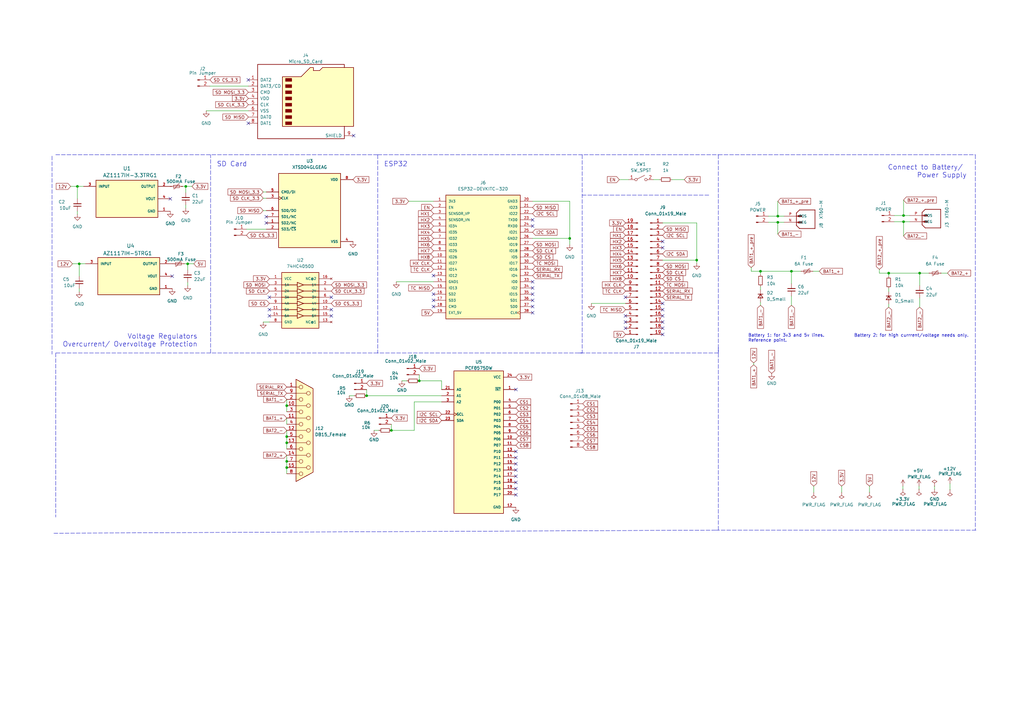
<source format=kicad_sch>
(kicad_sch (version 20211123) (generator eeschema)
  (paper "A3")
  (junction (at -124.968 413.512))
  (junction (at 77.47 368.808))
  (junction (at -112.776 350.012))
  (junction (at -60.706 187.706))
  (junction (at -10.922 187.706))
  (junction (at 308.356 378.206))
  (junction (at -75.184 428.752))
  (junction (at -88.138 221.996))
  (junction (at -124.968 395.732))
  (junction (at 320.548 406.146))
  (junction (at -124.968 433.832))
  (junction (at 385.572 341.376))
  (junction (at -12.7 48.514))
  (junction (at 115.062 353.568))
  (junction (at 320.548 401.066))
  (junction (at 127.254 419.608))
  (junction (at -112.776 390.652))
  (junction (at -89.916 59.944))
  (junction (at 117.602 179.07))
  (junction (at 115.062 338.328))
  (junction (at 282.956 375.666))
  (junction (at 31.75 76.454))
  (junction (at 319.024 88.646))
  (junction (at 89.662 351.028))
  (junction (at -113.538 191.516))
  (junction (at 320.548 370.586))
  (junction (at -125.73 229.616))
  (junction (at -127.508 133.604))
  (junction (at -62.484 43.434))
  (junction (at -75.946 257.556))
  (junction (at 320.548 436.626))
  (junction (at -113.538 186.436))
  (junction (at 115.062 351.028))
  (junction (at -115.316 57.404))
  (junction (at 320.548 426.466))
  (junction (at 377.19 112.014))
  (junction (at -112.776 375.412))
  (junction (at -124.968 423.672))
  (junction (at 319.024 91.186))
  (junction (at 89.662 358.648))
  (junction (at -124.968 408.432))
  (junction (at 282.956 355.346))
  (junction (at -75.946 229.616))
  (junction (at 89.662 343.408))
  (junction (at -77.724 87.884))
  (junction (at 320.548 385.826))
  (junction (at 335.788 341.376))
  (junction (at 115.062 391.668))
  (junction (at -87.376 355.092))
  (junction (at -113.538 224.536))
  (junction (at -115.316 42.164))
  (junction (at 270.764 398.526))
  (junction (at -75.184 408.432))
  (junction (at -87.376 350.012))
  (junction (at -77.724 85.344))
  (junction (at -75.184 403.352))
  (junction (at 32.512 108.204))
  (junction (at -124.968 398.272))
  (junction (at -10.16 338.582))
  (junction (at -124.968 380.492))
  (junction (at -127.508 100.584))
  (junction (at -77.724 138.684))
  (junction (at 76.962 108.204))
  (junction (at 117.602 189.23))
  (junction (at 127.254 368.808))
  (junction (at -113.538 199.136))
  (junction (at -77.724 72.644))
  (junction (at 89.662 353.568))
  (junction (at -87.376 339.852))
  (junction (at 127.254 429.768))
  (junction (at 320.548 421.386))
  (junction (at -10.16 348.742))
  (junction (at 127.254 414.528))
  (junction (at 270.764 421.386))
  (junction (at 364.49 112.014))
  (junction (at 370.586 90.932))
  (junction (at -87.376 357.632))
  (junction (at 270.764 383.286))
  (junction (at -87.376 342.392))
  (junction (at 270.764 370.586))
  (junction (at 282.956 340.106))
  (junction (at 308.356 375.666))
  (junction (at -115.316 92.964))
  (junction (at -127.508 123.444))
  (junction (at 77.47 419.608))
  (junction (at 308.356 355.346))
  (junction (at -89.916 92.964))
  (junction (at 89.662 376.428))
  (junction (at 385.572 346.456))
  (junction (at -125.73 262.636))
  (junction (at -115.316 77.724))
  (junction (at -77.724 108.204))
  (junction (at 115.062 340.868))
  (junction (at 142.494 349.758))
  (junction (at 335.788 346.456))
  (junction (at 282.956 360.426))
  (junction (at -112.776 337.312))
  (junction (at 308.356 342.646))
  (junction (at -113.538 204.216))
  (junction (at 117.602 166.37))
  (junction (at -127.508 128.524))
  (junction (at -113.538 221.996))
  (junction (at -77.724 123.444))
  (junction (at -89.916 47.244))
  (junction (at -124.968 383.032))
  (junction (at -12.7 43.434))
  (junction (at 270.764 416.306))
  (junction (at 142.494 344.678))
  (junction (at 77.47 404.368))
  (junction (at 320.548 411.226))
  (junction (at -88.138 201.676))
  (junction (at 270.764 426.466))
  (junction (at -77.724 113.284))
  (junction (at -75.946 262.636))
  (junction (at -75.184 433.832))
  (junction (at -112.776 352.552))
  (junction (at -125.73 232.156))
  (junction (at -60.706 192.786))
  (junction (at 385.572 351.536))
  (junction (at -75.946 267.716))
  (junction (at 115.062 389.128))
  (junction (at 115.062 373.888))
  (junction (at -127.508 87.884))
  (junction (at -75.184 380.492))
  (junction (at 192.278 349.758))
  (junction (at -75.946 247.396))
  (junction (at -127.508 72.644))
  (junction (at -10.16 343.662))
  (junction (at -125.73 267.716))
  (junction (at 127.254 404.368))
  (junction (at -124.968 428.752))
  (junction (at -88.138 237.236))
  (junction (at -88.138 239.776))
  (junction (at -125.73 244.856))
  (junction (at 117.602 181.61))
  (junction (at 308.356 393.446))
  (junction (at 115.062 343.408))
  (junction (at -75.946 277.876))
  (junction (at -115.316 62.484))
  (junction (at 335.788 351.536))
  (junction (at -125.73 282.956))
  (junction (at -10.922 197.866))
  (junction (at -88.138 186.436))
  (junction (at 77.47 434.848))
  (junction (at 89.662 356.108))
  (junction (at -113.538 201.676))
  (junction (at -112.776 355.092))
  (junction (at -10.922 192.786))
  (junction (at 308.356 357.886))
  (junction (at 320.548 416.306))
  (junction (at -87.376 337.312))
  (junction (at 77.47 414.528))
  (junction (at -115.316 59.944))
  (junction (at -125.73 252.476))
  (junction (at 77.47 399.288))
  (junction (at -75.946 232.156))
  (junction (at 127.254 409.448))
  (junction (at 270.764 401.066))
  (junction (at -59.944 343.662))
  (junction (at -87.376 390.652))
  (junction (at 127.254 396.748))
  (junction (at -124.968 403.352))
  (junction (at 117.602 191.77))
  (junction (at -112.776 372.872))
  (junction (at 160.528 176.53))
  (junction (at -113.538 239.776))
  (junction (at -77.724 133.604))
  (junction (at -115.316 47.244))
  (junction (at 192.278 339.598))
  (junction (at -89.916 42.164))
  (junction (at -75.946 252.476))
  (junction (at 77.47 381.508))
  (junction (at 171.958 156.21))
  (junction (at 324.612 111.252))
  (junction (at 142.494 339.598))
  (junction (at 115.062 356.108))
  (junction (at 89.662 389.128))
  (junction (at 282.956 390.906))
  (junction (at 308.356 340.106))
  (junction (at 192.278 344.678))
  (junction (at 150.368 162.306))
  (junction (at -89.916 95.504))
  (junction (at -127.508 113.284))
  (junction (at 127.254 434.848))
  (junction (at -88.138 224.536))
  (junction (at -112.776 339.852))
  (junction (at -62.484 53.594))
  (junction (at -12.7 53.594))
  (junction (at -124.968 367.792))
  (junction (at -75.946 282.956))
  (junction (at -75.184 423.672))
  (junction (at -113.538 237.236))
  (junction (at -88.138 204.216))
  (junction (at -112.776 342.392))
  (junction (at -75.184 395.732))
  (junction (at 285.75 106.68))
  (junction (at -89.916 44.704))
  (junction (at 89.662 373.888))
  (junction (at 270.764 385.826))
  (junction (at -88.138 199.136))
  (junction (at -127.508 138.684))
  (junction (at -75.946 216.916))
  (junction (at -87.376 352.552))
  (junction (at -77.724 118.364))
  (junction (at -75.184 413.512))
  (junction (at -124.968 418.592))
  (junction (at 233.68 97.79))
  (junction (at 270.764 436.626))
  (junction (at 77.47 409.448))
  (junction (at -87.376 372.872))
  (junction (at -75.184 398.272))
  (junction (at -127.508 85.344))
  (junction (at -87.376 388.112))
  (junction (at -75.946 244.856))
  (junction (at -60.706 197.866))
  (junction (at 89.662 340.868))
  (junction (at -75.184 367.792))
  (junction (at 115.062 376.428))
  (junction (at -112.776 388.112))
  (junction (at -89.916 62.484))
  (junction (at 76.2 76.454))
  (junction (at -59.944 338.582))
  (junction (at -115.316 44.704))
  (junction (at -125.73 216.916))
  (junction (at -88.138 188.976))
  (junction (at 282.956 352.806))
  (junction (at 127.254 424.688))
  (junction (at -112.776 357.632))
  (junction (at 127.254 384.048))
  (junction (at -127.508 103.124))
  (junction (at 115.062 358.648))
  (junction (at -115.316 54.864))
  (junction (at -113.538 188.976))
  (junction (at -125.73 257.556))
  (junction (at 127.254 399.288))
  (junction (at -125.73 272.796))
  (junction (at -59.944 348.742))
  (junction (at 77.47 396.748))
  (junction (at -89.916 57.404))
  (junction (at 370.586 88.392))
  (junction (at -113.538 206.756))
  (junction (at -125.73 247.396))
  (junction (at -89.916 80.264))
  (junction (at -127.508 118.364))
  (junction (at 320.548 383.286))
  (junction (at -89.916 77.724))
  (junction (at -127.508 108.204))
  (junction (at 270.764 431.546))
  (junction (at -89.916 54.864))
  (junction (at 282.956 345.186))
  (junction (at 127.254 381.508))
  (junction (at -88.138 206.756))
  (junction (at -75.946 272.796))
  (junction (at 270.764 406.146))
  (junction (at 308.356 390.906))
  (junction (at 89.662 338.328))
  (junction (at 282.956 393.446))
  (junction (at 320.548 431.546))
  (junction (at 282.956 342.646))
  (junction (at -115.316 80.264))
  (junction (at -75.184 418.592))
  (junction (at 308.356 345.186))
  (junction (at 311.912 111.252))
  (junction (at 308.356 352.806))
  (junction (at 77.47 429.768))
  (junction (at -88.138 191.516))
  (junction (at 77.47 424.688))
  (junction (at -62.484 48.514))
  (junction (at -87.376 375.412))
  (junction (at 89.662 391.668))
  (junction (at 282.956 378.206))
  (junction (at 308.356 360.426))
  (junction (at -77.724 100.584))
  (junction (at 270.764 411.226))
  (junction (at 77.47 384.048))
  (junction (at -125.73 277.876))
  (junction (at -77.724 103.124))
  (junction (at -77.724 128.524))
  (junction (at -115.316 95.504))
  (junction (at 282.956 357.886))
  (junction (at 320.548 398.526))
  (junction (at -75.184 383.032))
  (no_connect (at -48.514 213.106))
  (no_connect (at -48.514 228.346))
  (no_connect (at 154.686 433.578))
  (no_connect (at -24.892 117.094))
  (no_connect (at 373.38 420.116))
  (no_connect (at -23.114 225.806))
  (no_connect (at 180.086 385.318))
  (no_connect (at 271.78 99.06))
  (no_connect (at 373.38 402.336))
  (no_connect (at 180.086 433.578))
  (no_connect (at 373.38 361.696))
  (no_connect (at 373.38 397.256))
  (no_connect (at 101.854 50.546))
  (no_connect (at 180.086 395.478))
  (no_connect (at -50.292 96.774))
  (no_connect (at 154.686 370.078))
  (no_connect (at 256.54 134.62))
  (no_connect (at 373.38 394.716))
  (no_connect (at 154.686 400.558))
  (no_connect (at 373.38 369.316))
  (no_connect (at -48.514 261.366))
  (no_connect (at -24.892 119.634))
  (no_connect (at 154.686 380.238))
  (no_connect (at 211.582 159.766))
  (no_connect (at 373.38 376.936))
  (no_connect (at -50.292 117.094))
  (no_connect (at -50.292 139.954))
  (no_connect (at 373.38 389.636))
  (no_connect (at 373.38 437.896))
  (no_connect (at 154.686 438.658))
  (no_connect (at 135.89 121.92))
  (no_connect (at -48.514 268.986))
  (no_connect (at -22.352 404.622))
  (no_connect (at 211.582 187.706))
  (no_connect (at -23.114 202.946))
  (no_connect (at 373.38 379.476))
  (no_connect (at -24.892 71.374))
  (no_connect (at 373.38 417.576))
  (no_connect (at -22.352 407.162))
  (no_connect (at -48.514 243.586))
  (no_connect (at 154.686 398.018))
  (no_connect (at 154.686 354.838))
  (no_connect (at -22.352 427.482))
  (no_connect (at 180.086 392.938))
  (no_connect (at 347.98 415.036))
  (no_connect (at 373.38 409.956))
  (no_connect (at -50.292 73.914))
  (no_connect (at -50.292 132.334))
  (no_connect (at -24.892 139.954))
  (no_connect (at -47.752 419.862))
  (no_connect (at -24.892 58.674))
  (no_connect (at 256.54 132.08))
  (no_connect (at 347.98 361.696))
  (no_connect (at 271.78 129.54))
  (no_connect (at -24.892 104.394))
  (no_connect (at 180.086 408.178))
  (no_connect (at -48.514 233.426))
  (no_connect (at -24.892 142.494))
  (no_connect (at -50.292 94.234))
  (no_connect (at -22.352 394.462))
  (no_connect (at -48.514 248.666))
  (no_connect (at 373.38 364.236))
  (no_connect (at -23.114 200.406))
  (no_connect (at -50.292 114.554))
  (no_connect (at -22.352 412.242))
  (no_connect (at 271.78 101.6))
  (no_connect (at 373.38 384.556))
  (no_connect (at -22.352 432.562))
  (no_connect (at -24.892 78.994))
  (no_connect (at 180.086 370.078))
  (no_connect (at 180.086 431.038))
  (no_connect (at -47.752 427.482))
  (no_connect (at 177.8 125.73))
  (no_connect (at 154.686 431.038))
  (no_connect (at 154.686 362.458))
  (no_connect (at 180.086 380.238))
  (no_connect (at -47.752 379.222))
  (no_connect (at -47.752 381.762))
  (no_connect (at -23.114 281.686))
  (no_connect (at 211.582 197.866))
  (no_connect (at -23.114 215.646))
  (no_connect (at -48.514 218.186))
  (no_connect (at -47.752 351.282))
  (no_connect (at 101.854 32.766))
  (no_connect (at -24.892 132.334))
  (no_connect (at -24.892 101.854))
  (no_connect (at 154.686 357.378))
  (no_connect (at 154.686 405.638))
  (no_connect (at -48.514 223.266))
  (no_connect (at -22.352 424.942))
  (no_connect (at -24.892 94.234))
  (no_connect (at -48.514 253.746))
  (no_connect (at -47.752 430.022))
  (no_connect (at 373.38 374.396))
  (no_connect (at 256.54 121.92))
  (no_connect (at 180.086 403.098))
  (no_connect (at -47.752 353.822))
  (no_connect (at 154.686 423.418))
  (no_connect (at -47.752 407.162))
  (no_connect (at 218.44 128.27))
  (no_connect (at 180.086 410.718))
  (no_connect (at -24.892 124.714))
  (no_connect (at -47.752 417.322))
  (no_connect (at -22.352 389.382))
  (no_connect (at -24.892 112.014))
  (no_connect (at 347.98 407.416))
  (no_connect (at 218.44 90.17))
  (no_connect (at -48.514 202.946))
  (no_connect (at -22.352 371.602))
  (no_connect (at -50.292 63.754))
  (no_connect (at -22.352 358.902))
  (no_connect (at -47.752 404.622))
  (no_connect (at -48.514 284.226))
  (no_connect (at -23.114 228.346))
  (no_connect (at 154.686 415.798))
  (no_connect (at 154.686 375.158))
  (no_connect (at 211.582 185.166))
  (no_connect (at -22.352 374.142))
  (no_connect (at -23.114 276.606))
  (no_connect (at -23.114 238.506))
  (no_connect (at -23.114 205.486))
  (no_connect (at -24.892 66.294))
  (no_connect (at -24.892 106.934))
  (no_connect (at -22.352 369.062))
  (no_connect (at -22.352 351.282))
  (no_connect (at -50.292 137.414))
  (no_connect (at 218.44 92.71))
  (no_connect (at -47.752 409.702))
  (no_connect (at 211.582 202.946))
  (no_connect (at -22.352 363.982))
  (no_connect (at -47.752 386.842))
  (no_connect (at 180.086 423.418))
  (no_connect (at 180.086 436.118))
  (no_connect (at -50.292 134.874))
  (no_connect (at 154.686 382.778))
  (no_connect (at -48.514 251.206))
  (no_connect (at 135.89 127))
  (no_connect (at -50.292 124.714))
  (no_connect (at -50.292 71.374))
  (no_connect (at 271.78 134.62))
  (no_connect (at 180.086 364.998))
  (no_connect (at 154.686 413.258))
  (no_connect (at -47.752 389.382))
  (no_connect (at 347.98 384.556))
  (no_connect (at -23.114 256.286))
  (no_connect (at -47.752 371.602))
  (no_connect (at 347.98 356.616))
  (no_connect (at 218.44 125.73))
  (no_connect (at 180.086 367.538))
  (no_connect (at 180.086 357.378))
  (no_connect (at -24.892 56.134))
  (no_connect (at -24.892 96.774))
  (no_connect (at -23.114 286.766))
  (no_connect (at -47.752 376.682))
  (no_connect (at 347.98 437.896))
  (no_connect (at 373.38 399.796))
  (no_connect (at 347.98 354.076))
  (no_connect (at 373.38 382.016))
  (no_connect (at -48.514 241.046))
  (no_connect (at -48.514 238.506))
  (no_connect (at -50.292 84.074))
  (no_connect (at 347.98 402.336))
  (no_connect (at -23.114 243.586))
  (no_connect (at 145.034 55.626))
  (no_connect (at -48.514 235.966))
  (no_connect (at -22.352 384.302))
  (no_connect (at -50.292 86.614))
  (no_connect (at -48.514 200.406))
  (no_connect (at -23.114 274.066))
  (no_connect (at -47.752 399.542))
  (no_connect (at -24.892 91.694))
  (no_connect (at 373.38 427.736))
  (no_connect (at 347.98 382.016))
  (no_connect (at 154.686 420.878))
  (no_connect (at 373.38 404.876))
  (no_connect (at -22.352 353.822))
  (no_connect (at -22.352 414.782))
  (no_connect (at 373.38 392.176))
  (no_connect (at -22.352 437.642))
  (no_connect (at 177.8 123.19))
  (no_connect (at -48.514 246.126))
  (no_connect (at -48.514 281.686))
  (no_connect (at 180.086 418.338))
  (no_connect (at -22.352 379.222))
  (no_connect (at 347.98 392.176))
  (no_connect (at -24.892 61.214))
  (no_connect (at -24.892 137.414))
  (no_connect (at 347.98 389.636))
  (no_connect (at -47.752 361.442))
  (no_connect (at -22.352 386.842))
  (no_connect (at -22.352 391.922))
  (no_connect (at 110.49 127))
  (no_connect (at 180.086 375.158))
  (no_connect (at 154.686 367.538))
  (no_connect (at -24.892 89.154))
  (no_connect (at 154.686 403.098))
  (no_connect (at 271.78 127))
  (no_connect (at -50.292 129.794))
  (no_connect (at 177.8 113.03))
  (no_connect (at 154.686 387.858))
  (no_connect (at -23.114 248.666))
  (no_connect (at 347.98 425.196))
  (no_connect (at -47.752 391.922))
  (no_connect (at 154.686 436.118))
  (no_connect (at -22.352 409.702))
  (no_connect (at -47.752 358.902))
  (no_connect (at -47.752 374.142))
  (no_connect (at 154.686 395.478))
  (no_connect (at -50.292 61.214))
  (no_connect (at 154.686 385.318))
  (no_connect (at 154.686 408.178))
  (no_connect (at -47.752 369.062))
  (no_connect (at -23.114 251.206))
  (no_connect (at -24.892 68.834))
  (no_connect (at -24.892 81.534))
  (no_connect (at -47.752 366.522))
  (no_connect (at -47.752 402.082))
  (no_connect (at 347.98 432.816))
  (no_connect (at -23.114 271.526))
  (no_connect (at -47.752 437.642))
  (no_connect (at -47.752 412.242))
  (no_connect (at 373.38 412.496))
  (no_connect (at 347.98 369.316))
  (no_connect (at -23.114 253.746))
  (no_connect (at -50.292 91.694))
  (no_connect (at 110.49 129.54))
  (no_connect (at 271.78 124.46))
  (no_connect (at -23.114 246.126))
  (no_connect (at 373.38 435.356))
  (no_connect (at 218.44 120.65))
  (no_connect (at 271.78 132.08))
  (no_connect (at 180.086 398.018))
  (no_connect (at 154.686 372.618))
  (no_connect (at 373.38 371.856))
  (no_connect (at 180.086 377.698))
  (no_connect (at -50.292 68.834))
  (no_connect (at -50.292 109.474))
  (no_connect (at 211.582 195.326))
  (no_connect (at -23.114 208.026))
  (no_connect (at -47.752 363.982))
  (no_connect (at -47.752 414.782))
  (no_connect (at 373.38 425.196))
  (no_connect (at -50.292 76.454))
  (no_connect (at 211.582 190.246))
  (no_connect (at -24.892 76.454))
  (no_connect (at 180.086 428.498))
  (no_connect (at 154.686 364.998))
  (no_connect (at 154.686 377.698))
  (no_connect (at 347.98 371.856))
  (no_connect (at 180.086 405.638))
  (no_connect (at -23.114 263.906))
  (no_connect (at -22.352 399.542))
  (no_connect (at -47.752 432.562))
  (no_connect (at -50.292 81.534))
  (no_connect (at -24.892 129.794))
  (no_connect (at 180.086 354.838))
  (no_connect (at -24.892 109.474))
  (no_connect (at 373.38 354.076))
  (no_connect (at -22.352 397.002))
  (no_connect (at -22.352 417.322))
  (no_connect (at 70.612 113.284))
  (no_connect (at 218.44 123.19))
  (no_connect (at -48.514 208.026))
  (no_connect (at 347.98 404.876))
  (no_connect (at 347.98 374.396))
  (no_connect (at 218.44 118.11))
  (no_connect (at -50.292 119.634))
  (no_connect (at 180.086 359.918))
  (no_connect (at 109.22 88.9))
  (no_connect (at -23.114 279.146))
  (no_connect (at 180.086 425.958))
  (no_connect (at -24.892 73.914))
  (no_connect (at -47.752 394.462))
  (no_connect (at 373.38 359.156))
  (no_connect (at -24.892 86.614))
  (no_connect (at 347.98 435.356))
  (no_connect (at 154.686 418.338))
  (no_connect (at -48.514 205.486))
  (no_connect (at 177.8 120.65))
  (no_connect (at -48.514 258.826))
  (no_connect (at -48.514 263.906))
  (no_connect (at -22.352 402.082))
  (no_connect (at 373.38 432.816))
  (no_connect (at 347.98 364.236))
  (no_connect (at -50.292 99.314))
  (no_connect (at -48.514 276.606))
  (no_connect (at -22.352 356.362))
  (no_connect (at -23.114 258.826))
  (no_connect (at -48.514 220.726))
  (no_connect (at 154.686 359.918))
  (no_connect (at 180.086 382.778))
  (no_connect (at 180.086 400.558))
  (no_connect (at -50.292 127.254))
  (no_connect (at 347.98 417.576))
  (no_connect (at -23.114 220.726))
  (no_connect (at -48.514 266.446))
  (no_connect (at -48.514 215.646))
  (no_connect (at -24.892 84.074))
  (no_connect (at 211.582 192.786))
  (no_connect (at -23.114 213.106))
  (no_connect (at 154.686 428.498))
  (no_connect (at 154.686 352.298))
  (no_connect (at -48.514 286.766))
  (no_connect (at 347.98 422.656))
  (no_connect (at -48.514 279.146))
  (no_connect (at 347.98 379.476))
  (no_connect (at -50.292 104.394))
  (no_connect (at -23.114 235.966))
  (no_connect (at 218.44 115.57))
  (no_connect (at -50.292 101.854))
  (no_connect (at -47.752 424.942))
  (no_connect (at 347.98 399.796))
  (no_connect (at -23.114 210.566))
  (no_connect (at 347.98 420.116))
  (no_connect (at 373.38 387.096))
  (no_connect (at 110.49 121.92))
  (no_connect (at 347.98 376.936))
  (no_connect (at -23.114 261.366))
  (no_connect (at -23.114 223.266))
  (no_connect (at 180.086 390.398))
  (no_connect (at -22.352 430.022))
  (no_connect (at -23.114 230.886))
  (no_connect (at 347.98 366.776))
  (no_connect (at -50.292 58.674))
  (no_connect (at 373.38 356.616))
  (no_connect (at -22.352 435.102))
  (no_connect (at -47.752 384.302))
  (no_connect (at -24.892 122.174))
  (no_connect (at 154.686 392.938))
  (no_connect (at -50.292 106.934))
  (no_connect (at 109.22 91.44))
  (no_connect (at 154.686 425.958))
  (no_connect (at 347.98 409.956))
  (no_connect (at -22.352 381.762))
  (no_connect (at -50.292 112.014))
  (no_connect (at -48.514 210.566))
  (no_connect (at 347.98 397.256))
  (no_connect (at 211.582 200.406))
  (no_connect (at 347.98 387.096))
  (no_connect (at -50.292 56.134))
  (no_connect (at -47.752 435.102))
  (no_connect (at 373.38 430.276))
  (no_connect (at -50.292 142.494))
  (no_connect (at -48.514 225.806))
  (no_connect (at -48.514 274.066))
  (no_connect (at 373.38 440.436))
  (no_connect (at 135.89 129.54))
  (no_connect (at -24.892 114.554))
  (no_connect (at -48.514 271.526))
  (no_connect (at 373.38 407.416))
  (no_connect (at 347.98 440.436))
  (no_connect (at 180.086 438.658))
  (no_connect (at -22.352 366.522))
  (no_connect (at 180.086 420.878))
  (no_connect (at -50.292 78.994))
  (no_connect (at 180.086 352.298))
  (no_connect (at 347.98 430.276))
  (no_connect (at -22.352 422.402))
  (no_connect (at -23.114 233.426))
  (no_connect (at -47.752 356.362))
  (no_connect (at 373.38 415.036))
  (no_connect (at -47.752 397.002))
  (no_connect (at -22.352 419.862))
  (no_connect (at -50.292 89.154))
  (no_connect (at 373.38 366.776))
  (no_connect (at -23.114 284.226))
  (no_connect (at 347.98 412.496))
  (no_connect (at 347.98 394.716))
  (no_connect (at 373.38 422.656))
  (no_connect (at -50.292 66.294))
  (no_connect (at -23.114 268.986))
  (no_connect (at 180.086 387.858))
  (no_connect (at -23.114 241.046))
  (no_connect (at 180.086 415.798))
  (no_connect (at 154.686 390.398))
  (no_connect (at -47.752 422.402))
  (no_connect (at 69.85 81.534))
  (no_connect (at -24.892 134.874))
  (no_connect (at 271.78 137.16))
  (no_connect (at -23.114 218.186))
  (no_connect (at -50.292 122.174))
  (no_connect (at 180.086 413.258))
  (no_connect (at 347.98 427.736))
  (no_connect (at -22.352 376.682))
  (no_connect (at 256.54 129.54))
  (no_connect (at -48.514 230.886))
  (no_connect (at -24.892 99.314))
  (no_connect (at -24.892 127.254))
  (no_connect (at 154.686 410.718))
  (no_connect (at -22.352 361.442))
  (no_connect (at -24.892 63.754))
  (no_connect (at -23.114 266.446))
  (no_connect (at -48.514 256.286))
  (no_connect (at 347.98 359.156))
  (no_connect (at 180.086 362.458))
  (no_connect (at 180.086 372.618))
  (wire (pts (xy 377.19 112.014) (xy 381 112.014)))
  (wire (pts (xy 270.764 431.546) (xy 270.764 436.626)))
  (wire (pts (xy 77.47 384.048) (xy 89.662 384.048)))
  (wire (pts (xy 282.956 352.806) (xy 282.956 355.346)))
  (wire (pts (xy 77.47 396.748) (xy 77.47 399.288)))
  (wire (pts (xy 115.062 351.028) (xy 115.062 353.568)))
  (wire (pts (xy -75.946 277.876) (xy -75.946 282.956)))
  (wire (pts (xy -115.316 77.724) (xy -115.316 80.264)))
  (wire (pts (xy 308.102 111.252) (xy 311.912 111.252)))
  (polyline (pts (xy 238.76 80.01) (xy 290.83 80.01)))
  (wire (pts (xy -88.138 186.436) (xy -88.138 188.976)))
  (wire (pts (xy -75.184 413.512) (xy -87.376 413.512)))
  (wire (pts (xy 282.956 370.586) (xy 270.764 370.586)))
  (wire (pts (xy -127.508 70.104) (xy -115.316 70.104)))
  (wire (pts (xy -75.184 418.592) (xy -75.184 413.512)))
  (wire (pts (xy -115.316 80.264) (xy -115.316 82.804)))
  (wire (pts (xy -112.776 375.412) (xy -112.776 377.952)))
  (wire (pts (xy -112.776 372.872) (xy -112.776 375.412)))
  (wire (pts (xy -10.16 333.502) (xy -10.16 338.582)))
  (wire (pts (xy -88.138 201.676) (xy -88.138 204.216)))
  (polyline (pts (xy 154.94 63.5) (xy 294.64 63.5)))
  (wire (pts (xy 77.47 419.608) (xy 77.47 414.528)))
  (wire (pts (xy 77.47 409.448) (xy 89.662 409.448)))
  (wire (pts (xy 127.254 424.688) (xy 127.254 429.768)))
  (polyline (pts (xy 22.86 63.5) (xy 154.94 63.5)))
  (wire (pts (xy 142.494 339.598) (xy 154.686 339.598)))
  (wire (pts (xy 101.092 93.98) (xy 109.22 93.98)))
  (wire (pts (xy -75.946 247.396) (xy -88.138 247.396)))
  (wire (pts (xy -89.916 100.584) (xy -77.724 100.584)))
  (wire (pts (xy -125.73 252.476) (xy -125.73 257.556)))
  (wire (pts (xy -10.16 338.582) (xy -22.352 338.582)))
  (wire (pts (xy -88.138 239.776) (xy -88.138 242.316)))
  (wire (pts (xy 107.95 78.74) (xy 109.22 78.74)))
  (wire (pts (xy -112.776 352.552) (xy -112.776 355.092)))
  (wire (pts (xy 308.102 109.728) (xy 308.102 111.252)))
  (wire (pts (xy -75.184 423.672) (xy -75.184 428.752)))
  (wire (pts (xy 84.582 45.466) (xy 101.854 45.466)))
  (wire (pts (xy -75.946 282.956) (xy -88.138 282.956)))
  (wire (pts (xy -62.484 48.514) (xy -50.292 48.514)))
  (wire (pts (xy 364.49 118.364) (xy 364.49 119.634)))
  (wire (pts (xy 192.278 339.598) (xy 180.086 339.598)))
  (wire (pts (xy -112.776 337.312) (xy -112.776 339.852)))
  (wire (pts (xy -10.922 197.866) (xy -23.114 197.866)))
  (polyline (pts (xy 21.336 64.008) (xy 21.336 145.288)))
  (wire (pts (xy -127.508 85.344) (xy -127.508 87.884)))
  (wire (pts (xy -75.946 267.716) (xy -75.946 262.636)))
  (wire (pts (xy 282.956 398.526) (xy 270.764 398.526)))
  (wire (pts (xy -113.538 186.436) (xy -113.538 188.976)))
  (wire (pts (xy 115.062 356.108) (xy 115.062 358.648)))
  (wire (pts (xy -87.376 375.412) (xy -87.376 377.952)))
  (wire (pts (xy -113.538 191.516) (xy -113.538 194.056)))
  (wire (pts (xy -59.944 348.742) (xy -47.752 348.742)))
  (wire (pts (xy 271.78 91.44) (xy 285.75 91.44)))
  (wire (pts (xy -77.724 123.444) (xy -89.916 123.444)))
  (wire (pts (xy -89.916 90.424) (xy -89.916 92.964)))
  (wire (pts (xy -89.916 54.864) (xy -89.916 57.404)))
  (wire (pts (xy 309.118 148.844) (xy 309.118 149.606)))
  (wire (pts (xy -125.73 244.856) (xy -125.73 232.156)))
  (wire (pts (xy 115.062 368.808) (xy 127.254 368.808)))
  (wire (pts (xy 86.106 35.306) (xy 101.854 35.306)))
  (wire (pts (xy 366.776 88.392) (xy 370.586 88.392)))
  (wire (pts (xy 192.278 344.678) (xy 192.278 349.758)))
  (wire (pts (xy 76.2 76.454) (xy 76.2 78.994)))
  (wire (pts (xy -75.184 380.492) (xy -75.184 383.032)))
  (wire (pts (xy -77.724 128.524) (xy -89.916 128.524)))
  (wire (pts (xy -124.968 433.832) (xy -124.968 438.912)))
  (wire (pts (xy 270.764 431.546) (xy 282.956 431.546)))
  (wire (pts (xy 364.49 112.014) (xy 364.49 113.284)))
  (wire (pts (xy -59.944 338.582) (xy -59.944 343.662)))
  (wire (pts (xy -87.376 339.852) (xy -87.376 342.392)))
  (wire (pts (xy -77.724 85.344) (xy -89.916 85.344)))
  (wire (pts (xy 233.68 100.33) (xy 233.68 97.79)))
  (wire (pts (xy 282.956 390.906) (xy 282.956 393.446)))
  (wire (pts (xy 308.356 360.426) (xy 308.356 362.966)))
  (polyline (pts (xy 294.64 63.5) (xy 294.64 144.78)))
  (wire (pts (xy 270.764 406.146) (xy 270.764 411.226)))
  (wire (pts (xy 308.356 390.906) (xy 308.356 393.446)))
  (wire (pts (xy 364.49 124.714) (xy 364.49 125.984)))
  (wire (pts (xy 107.95 86.36) (xy 109.22 86.36)))
  (wire (pts (xy -62.484 43.434) (xy -62.484 48.514)))
  (wire (pts (xy -125.73 267.716) (xy -125.73 262.636)))
  (wire (pts (xy -75.184 408.432) (xy -87.376 408.432)))
  (wire (pts (xy -124.968 365.252) (xy -112.776 365.252)))
  (wire (pts (xy -77.724 113.284) (xy -77.724 118.364)))
  (wire (pts (xy -60.706 182.626) (xy -60.706 187.706)))
  (wire (pts (xy -112.776 367.792) (xy -124.968 367.792)))
  (wire (pts (xy -87.376 355.092) (xy -87.376 357.632)))
  (wire (pts (xy 282.956 355.346) (xy 282.956 357.886)))
  (wire (pts (xy -115.316 47.244) (xy -115.316 49.784)))
  (wire (pts (xy 115.062 338.328) (xy 115.062 340.868)))
  (wire (pts (xy -124.968 413.512) (xy -112.776 413.512)))
  (wire (pts (xy -75.184 433.832) (xy -75.184 438.912)))
  (wire (pts (xy 335.788 346.456) (xy 335.788 351.536)))
  (wire (pts (xy 127.254 429.768) (xy 115.062 429.768)))
  (wire (pts (xy 373.38 336.296) (xy 385.572 336.296)))
  (wire (pts (xy -124.968 418.592) (xy -124.968 413.512)))
  (polyline (pts (xy 238.76 144.78) (xy 237.49 144.78)))
  (wire (pts (xy -113.538 224.536) (xy -113.538 227.076)))
  (wire (pts (xy -127.508 113.284) (xy -115.316 113.284)))
  (wire (pts (xy 77.47 414.528) (xy 89.662 414.528)))
  (wire (pts (xy 377.19 122.174) (xy 377.19 125.984)))
  (wire (pts (xy 315.214 91.186) (xy 319.024 91.186)))
  (wire (pts (xy 254 73.66) (xy 257.81 73.66)))
  (wire (pts (xy -115.316 57.404) (xy -115.316 59.944)))
  (wire (pts (xy 127.254 424.688) (xy 127.254 419.608)))
  (wire (pts (xy 89.662 368.808) (xy 77.47 368.808)))
  (wire (pts (xy 270.764 426.466) (xy 270.764 431.546)))
  (wire (pts (xy -59.944 333.502) (xy -59.944 338.582)))
  (wire (pts (xy 89.662 340.868) (xy 89.662 343.408)))
  (wire (pts (xy -112.776 390.652) (xy -112.776 393.192)))
  (wire (pts (xy -77.724 133.604) (xy -77.724 138.684)))
  (wire (pts (xy -75.184 365.252) (xy -75.184 367.792)))
  (wire (pts (xy 308.356 393.446) (xy 308.356 395.986)))
  (polyline (pts (xy 22.86 144.78) (xy 22.86 212.09)))
  (wire (pts (xy -77.724 138.684) (xy -77.724 143.764)))
  (wire (pts (xy -10.16 343.662) (xy -10.16 348.742)))
  (wire (pts (xy 308.356 337.566) (xy 308.356 340.106)))
  (wire (pts (xy -127.508 138.684) (xy -115.316 138.684)))
  (wire (pts (xy 169.926 164.846) (xy 181.102 164.846)))
  (wire (pts (xy -125.73 282.956) (xy -125.73 288.036)))
  (wire (pts (xy 335.788 336.296) (xy 335.788 341.376)))
  (wire (pts (xy 275.59 73.66) (xy 280.67 73.66)))
  (wire (pts (xy -115.316 44.704) (xy -115.316 47.244)))
  (wire (pts (xy -77.724 108.204) (xy -77.724 113.284)))
  (wire (pts (xy 117.602 191.77) (xy 117.602 194.31)))
  (wire (pts (xy 32.512 108.204) (xy 35.052 108.204)))
  (wire (pts (xy -88.138 204.216) (xy -88.138 206.756)))
  (wire (pts (xy -89.916 80.264) (xy -89.916 82.804)))
  (wire (pts (xy -89.916 77.724) (xy -89.916 80.264)))
  (wire (pts (xy 324.612 121.412) (xy 324.612 125.222)))
  (wire (pts (xy 270.764 401.066) (xy 270.764 406.146)))
  (wire (pts (xy 180.086 334.518) (xy 192.278 334.518)))
  (wire (pts (xy 127.254 396.748) (xy 127.254 399.288)))
  (wire (pts (xy -62.484 38.354) (xy -50.292 38.354)))
  (wire (pts (xy -60.706 187.706) (xy -60.706 192.786)))
  (wire (pts (xy -125.73 229.616) (xy -125.73 232.156)))
  (wire (pts (xy 115.062 376.428) (xy 115.062 378.968)))
  (wire (pts (xy -115.316 52.324) (xy -115.316 54.864)))
  (wire (pts (xy -124.968 367.792) (xy -124.968 380.492)))
  (wire (pts (xy 370.332 200.66) (xy 370.332 199.39)))
  (wire (pts (xy -75.946 252.476) (xy -75.946 257.556)))
  (wire (pts (xy -62.484 53.594) (xy -50.292 53.594)))
  (wire (pts (xy -60.706 197.866) (xy -48.514 197.866)))
  (wire (pts (xy 89.662 356.108) (xy 89.662 358.648)))
  (wire (pts (xy -125.73 214.376) (xy -125.73 216.916)))
  (wire (pts (xy 385.572 351.536) (xy 373.38 351.536)))
  (wire (pts (xy 74.93 76.454) (xy 76.2 76.454)))
  (wire (pts (xy 320.548 416.306) (xy 308.356 416.306)))
  (wire (pts (xy 311.912 111.252) (xy 311.912 112.522)))
  (wire (pts (xy 89.662 386.588) (xy 89.662 389.128)))
  (wire (pts (xy -75.946 229.616) (xy -88.138 229.616)))
  (wire (pts (xy 324.612 116.332) (xy 324.612 111.252)))
  (wire (pts (xy -127.508 128.524) (xy -127.508 123.444)))
  (wire (pts (xy -59.944 343.662) (xy -47.752 343.662)))
  (wire (pts (xy 282.956 345.186) (xy 282.956 347.726)))
  (wire (pts (xy -75.946 229.616) (xy -75.946 232.156)))
  (wire (pts (xy -125.73 257.556) (xy -113.538 257.556)))
  (wire (pts (xy -77.724 128.524) (xy -77.724 123.444)))
  (polyline (pts (xy 400.304 217.424) (xy 293.624 217.424)))
  (wire (pts (xy 383.286 199.39) (xy 383.286 200.66)))
  (wire (pts (xy 192.278 334.518) (xy 192.278 339.598)))
  (wire (pts (xy -75.946 232.156) (xy -88.138 232.156)))
  (wire (pts (xy -77.724 85.344) (xy -77.724 87.884)))
  (wire (pts (xy -124.968 395.732) (xy -124.968 398.272)))
  (wire (pts (xy 77.47 424.688) (xy 77.47 429.768)))
  (wire (pts (xy -127.508 103.124) (xy -127.508 108.204)))
  (wire (pts (xy 115.062 340.868) (xy 115.062 343.408)))
  (wire (pts (xy -87.376 372.872) (xy -87.376 375.412)))
  (wire (pts (xy 270.764 436.626) (xy 270.764 441.706)))
  (wire (pts (xy 376.936 200.66) (xy 376.936 199.39)))
  (wire (pts (xy -113.538 237.236) (xy -113.538 239.776)))
  (wire (pts (xy -113.538 239.776) (xy -113.538 242.316)))
  (wire (pts (xy 127.254 434.848) (xy 115.062 434.848)))
  (wire (pts (xy -112.776 395.732) (xy -124.968 395.732)))
  (wire (pts (xy -127.508 108.204) (xy -127.508 113.284)))
  (wire (pts (xy 308.356 350.266) (xy 308.356 352.806)))
  (wire (pts (xy -124.968 365.252) (xy -124.968 367.792)))
  (polyline (pts (xy 294.64 63.5) (xy 400.05 63.5)))
  (wire (pts (xy 282.956 337.566) (xy 282.956 340.106)))
  (wire (pts (xy -60.706 192.786) (xy -48.514 192.786)))
  (wire (pts (xy -89.916 72.644) (xy -77.724 72.644)))
  (wire (pts (xy 308.356 342.646) (xy 308.356 345.186)))
  (wire (pts (xy -89.916 42.164) (xy -89.916 44.704)))
  (wire (pts (xy 267.97 73.66) (xy 270.51 73.66)))
  (wire (pts (xy -87.376 370.332) (xy -87.376 372.872)))
  (wire (pts (xy 32.512 118.364) (xy 32.512 119.634)))
  (wire (pts (xy -124.968 433.832) (xy -112.776 433.832)))
  (wire (pts (xy -88.138 244.856) (xy -75.946 244.856)))
  (wire (pts (xy -62.484 48.514) (xy -62.484 53.594)))
  (wire (pts (xy 115.062 386.588) (xy 115.062 389.128)))
  (wire (pts (xy 77.47 396.748) (xy 77.47 384.048)))
  (wire (pts (xy 127.254 414.528) (xy 115.062 414.528)))
  (wire (pts (xy -112.776 339.852) (xy -112.776 342.392)))
  (wire (pts (xy -124.968 383.032) (xy -112.776 383.032)))
  (wire (pts (xy -124.968 398.272) (xy -124.968 403.352)))
  (wire (pts (xy -127.508 85.344) (xy -115.316 85.344)))
  (wire (pts (xy -77.724 72.644) (xy -77.724 85.344)))
  (wire (pts (xy 320.548 368.046) (xy 308.356 368.046)))
  (wire (pts (xy 386.08 112.014) (xy 388.62 112.014)))
  (wire (pts (xy -75.184 403.352) (xy -75.184 408.432)))
  (wire (pts (xy 107.95 132.08) (xy 110.49 132.08)))
  (wire (pts (xy -87.376 395.732) (xy -75.184 395.732)))
  (wire (pts (xy -127.508 70.104) (xy -127.508 72.644)))
  (wire (pts (xy 311.912 117.602) (xy 311.912 118.872)))
  (wire (pts (xy 77.47 404.368) (xy 89.662 404.368)))
  (wire (pts (xy 77.47 404.368) (xy 77.47 409.448)))
  (wire (pts (xy 127.254 368.808) (xy 127.254 381.508)))
  (wire (pts (xy -75.184 367.792) (xy -75.184 380.492)))
  (wire (pts (xy -12.7 48.514) (xy -12.7 53.594)))
  (wire (pts (xy 117.602 176.53) (xy 117.602 179.07)))
  (wire (pts (xy 171.958 156.21) (xy 181.102 156.21)))
  (wire (pts (xy -125.73 247.396) (xy -113.538 247.396)))
  (wire (pts (xy -62.484 38.354) (xy -62.484 43.434)))
  (wire (pts (xy 385.572 346.456) (xy 385.572 351.536)))
  (wire (pts (xy -87.376 334.772) (xy -87.376 337.312)))
  (wire (pts (xy 282.956 373.126) (xy 282.956 375.666)))
  (wire (pts (xy 319.024 88.646) (xy 321.564 88.646)))
  (wire (pts (xy 335.788 341.376) (xy 347.98 341.376)))
  (wire (pts (xy 164.846 156.21) (xy 166.878 156.21)))
  (wire (pts (xy 142.494 334.518) (xy 154.686 334.518)))
  (wire (pts (xy -113.538 196.596) (xy -113.538 199.136)))
  (wire (pts (xy 143.256 162.306) (xy 145.288 162.306)))
  (wire (pts (xy -75.946 247.396) (xy -75.946 252.476)))
  (wire (pts (xy 115.062 335.788) (xy 115.062 338.328)))
  (wire (pts (xy -88.138 219.456) (xy -88.138 221.996)))
  (wire (pts (xy -127.508 100.584) (xy -127.508 103.124)))
  (wire (pts (xy -10.16 343.662) (xy -22.352 343.662)))
  (wire (pts (xy 282.956 375.666) (xy 282.956 378.206)))
  (wire (pts (xy -127.508 133.604) (xy -127.508 138.684)))
  (wire (pts (xy 308.356 388.366) (xy 308.356 390.906)))
  (wire (pts (xy -75.184 398.272) (xy -75.184 403.352)))
  (wire (pts (xy -75.946 252.476) (xy -88.138 252.476)))
  (wire (pts (xy 320.548 368.046) (xy 320.548 370.586)))
  (wire (pts (xy -89.916 52.324) (xy -89.916 54.864)))
  (wire (pts (xy -77.724 113.284) (xy -89.916 113.284)))
  (wire (pts (xy -59.944 333.502) (xy -47.752 333.502)))
  (wire (pts (xy -12.7 43.434) (xy -12.7 48.514)))
  (wire (pts (xy 335.788 341.376) (xy 335.788 346.456)))
  (wire (pts (xy 270.764 368.046) (xy 270.764 370.586)))
  (wire (pts (xy 270.764 406.146) (xy 282.956 406.146)))
  (wire (pts (xy 320.548 436.626) (xy 320.548 441.706)))
  (wire (pts (xy -75.946 272.796) (xy -75.946 277.876)))
  (wire (pts (xy -113.538 216.916) (xy -125.73 216.916)))
  (wire (pts (xy 320.548 370.586) (xy 320.548 383.286)))
  (wire (pts (xy -127.508 108.204) (xy -115.316 108.204)))
  (wire (pts (xy -75.184 433.832) (xy -87.376 433.832)))
  (wire (pts (xy -127.508 103.124) (xy -115.316 103.124)))
  (wire (pts (xy -75.184 418.592) (xy -87.376 418.592)))
  (wire (pts (xy 77.47 429.768) (xy 77.47 434.848)))
  (wire (pts (xy -75.946 277.876) (xy -88.138 277.876)))
  (wire (pts (xy 308.356 378.206) (xy 308.356 380.746)))
  (wire (pts (xy -12.7 43.434) (xy -24.892 43.434)))
  (wire (pts (xy 77.47 381.508) (xy 77.47 384.048)))
  (wire (pts (xy -115.316 72.644) (xy -127.508 72.644)))
  (wire (pts (xy -113.538 221.996) (xy -113.538 224.536)))
  (wire (pts (xy -89.916 92.964) (xy -89.916 95.504)))
  (wire (pts (xy 77.47 381.508) (xy 89.662 381.508)))
  (wire (pts (xy -115.316 39.624) (xy -115.316 42.164)))
  (wire (pts (xy -125.73 247.396) (xy -125.73 252.476)))
  (wire (pts (xy -62.484 43.434) (xy -50.292 43.434)))
  (wire (pts (xy 218.44 82.55) (xy 233.68 82.55)))
  (wire (pts (xy 117.602 179.07) (xy 117.602 181.61)))
  (wire (pts (xy 282.956 350.266) (xy 282.956 352.806)))
  (wire (pts (xy -75.184 395.732) (xy -75.184 383.032)))
  (wire (pts (xy -125.73 216.916) (xy -125.73 229.616)))
  (wire (pts (xy -75.184 380.492) (xy -87.376 380.492)))
  (wire (pts (xy 270.764 436.626) (xy 282.956 436.626)))
  (wire (pts (xy -125.73 214.376) (xy -113.538 214.376)))
  (wire (pts (xy -124.968 380.492) (xy -112.776 380.492)))
  (wire (pts (xy 320.548 431.546) (xy 308.356 431.546)))
  (wire (pts (xy -115.316 59.944) (xy -115.316 62.484)))
  (wire (pts (xy 242.57 124.46) (xy 256.54 124.46)))
  (wire (pts (xy -24.892 38.354) (xy -12.7 38.354)))
  (wire (pts (xy 77.47 366.268) (xy 77.47 368.808)))
  (wire (pts (xy 115.062 353.568) (xy 115.062 356.108)))
  (wire (pts (xy -127.508 138.684) (xy -127.508 143.764)))
  (wire (pts (xy 270.764 383.286) (xy 270.764 385.826)))
  (wire (pts (xy 270.764 383.286) (xy 282.956 383.286)))
  (wire (pts (xy -125.73 257.556) (xy -125.73 262.636)))
  (wire (pts (xy -75.184 428.752) (xy -87.376 428.752)))
  (wire (pts (xy -75.946 282.956) (xy -75.946 288.036)))
  (wire (pts (xy -115.316 62.484) (xy -115.316 65.024)))
  (wire (pts (xy -124.968 408.432) (xy -112.776 408.432)))
  (wire (pts (xy 117.602 181.61) (xy 117.602 184.15)))
  (wire (pts (xy 77.47 368.808) (xy 77.47 381.508)))
  (wire (pts (xy -10.16 338.582) (xy -10.16 343.662)))
  (wire (pts (xy 127.254 381.508) (xy 115.062 381.508)))
  (wire (pts (xy -75.184 423.672) (xy -87.376 423.672)))
  (wire (pts (xy -125.73 272.796) (xy -125.73 277.876)))
  (wire (pts (xy -124.968 423.672) (xy -112.776 423.672)))
  (wire (pts (xy 320.548 411.226) (xy 320.548 416.306)))
  (wire (pts (xy 333.756 199.39) (xy 333.756 201.93)))
  (wire (pts (xy 345.186 199.39) (xy 345.186 201.93)))
  (wire (pts (xy 115.062 348.488) (xy 115.062 351.028)))
  (polyline (pts (xy 400.05 63.5) (xy 400.05 217.424)))
  (wire (pts (xy 160.528 176.53) (xy 169.926 176.53)))
  (wire (pts (xy 77.47 399.288) (xy 77.47 404.368)))
  (wire (pts (xy 308.356 345.186) (xy 308.356 347.726)))
  (wire (pts (xy -75.946 244.856) (xy -75.946 247.396)))
  (wire (pts (xy 76.962 108.204) (xy 76.962 110.744)))
  (wire (pts (xy 142.494 339.598) (xy 142.494 344.678)))
  (wire (pts (xy -113.538 244.856) (xy -125.73 244.856)))
  (wire (pts (xy -113.538 183.896) (xy -113.538 186.436)))
  (wire (pts (xy 29.718 108.204) (xy 32.512 108.204)))
  (wire (pts (xy 270.764 426.466) (xy 270.764 421.386)))
  (wire (pts (xy -115.316 42.164) (xy -115.316 44.704)))
  (wire (pts (xy 127.254 434.848) (xy 127.254 439.928)))
  (wire (pts (xy 370.586 88.392) (xy 373.126 88.392)))
  (wire (pts (xy 89.662 376.428) (xy 89.662 378.968)))
  (wire (pts (xy 192.278 339.598) (xy 192.278 344.678)))
  (wire (pts (xy 76.962 115.824) (xy 76.962 117.094)))
  (wire (pts (xy -75.184 383.032) (xy -87.376 383.032)))
  (wire (pts (xy 127.254 419.608) (xy 127.254 414.528)))
  (wire (pts (xy 308.356 355.346) (xy 308.356 357.886)))
  (wire (pts (xy -75.184 403.352) (xy -87.376 403.352)))
  (wire (pts (xy 333.502 111.252) (xy 336.042 111.252)))
  (wire (pts (xy 320.548 421.386) (xy 308.356 421.386)))
  (wire (pts (xy 366.776 90.932) (xy 370.586 90.932)))
  (wire (pts (xy 76.962 108.204) (xy 79.502 108.204)))
  (wire (pts (xy -89.916 44.704) (xy -89.916 47.244)))
  (wire (pts (xy -112.776 370.332) (xy -112.776 372.872)))
  (wire (pts (xy -60.706 187.706) (xy -48.514 187.706)))
  (wire (pts (xy -124.968 403.352) (xy -112.776 403.352)))
  (wire (pts (xy 385.572 341.376) (xy 385.572 346.456)))
  (wire (pts (xy -127.508 123.444) (xy -115.316 123.444)))
  (wire (pts (xy -127.508 100.584) (xy -127.508 87.884)))
  (wire (pts (xy 77.47 424.688) (xy 89.662 424.688)))
  (wire (pts (xy -115.316 54.864) (xy -115.316 57.404)))
  (wire (pts (xy -125.73 262.636) (xy -113.538 262.636)))
  (wire (pts (xy 308.356 357.886) (xy 308.356 360.426)))
  (wire (pts (xy -113.538 188.976) (xy -113.538 191.516)))
  (wire (pts (xy -124.968 408.432) (xy -124.968 413.512)))
  (wire (pts (xy -127.508 123.444) (xy -127.508 118.364)))
  (wire (pts (xy 320.548 401.066) (xy 308.356 401.066)))
  (wire (pts (xy -115.316 100.584) (xy -127.508 100.584)))
  (wire (pts (xy -127.508 128.524) (xy -115.316 128.524)))
  (wire (pts (xy 335.788 336.296) (xy 347.98 336.296)))
  (wire (pts (xy -87.376 342.392) (xy -87.376 344.932)))
  (wire (pts (xy 320.548 383.286) (xy 320.548 385.826)))
  (wire (pts (xy 282.956 342.646) (xy 282.956 345.186)))
  (wire (pts (xy -125.73 244.856) (xy -125.73 247.396)))
  (wire (pts (xy -12.7 48.514) (xy -24.892 48.514)))
  (polyline (pts (xy 154.94 63.5) (xy 154.94 144.78)))
  (wire (pts (xy 270.764 401.066) (xy 282.956 401.066)))
  (wire (pts (xy 308.356 352.806) (xy 308.356 355.346)))
  (wire (pts (xy 77.47 424.688) (xy 77.47 419.608)))
  (wire (pts (xy -87.376 385.572) (xy -87.376 388.112)))
  (wire (pts (xy -124.968 423.672) (xy -124.968 428.752)))
  (wire (pts (xy 181.102 156.21) (xy 181.102 159.766)))
  (wire (pts (xy 28.956 76.454) (xy 31.75 76.454)))
  (wire (pts (xy 282.956 393.446) (xy 282.956 395.986)))
  (wire (pts (xy 107.95 81.28) (xy 109.22 81.28)))
  (wire (pts (xy 171.958 153.67) (xy 171.958 156.21)))
  (wire (pts (xy -75.946 214.376) (xy -88.138 214.376)))
  (wire (pts (xy 270.764 421.386) (xy 270.764 416.306)))
  (wire (pts (xy -115.316 95.504) (xy -115.316 98.044)))
  (wire (pts (xy 324.612 111.252) (xy 328.422 111.252)))
  (wire (pts (xy -75.184 395.732) (xy -75.184 398.272)))
  (wire (pts (xy -87.376 347.472) (xy -87.376 350.012)))
  (wire (pts (xy -125.73 282.956) (xy -113.538 282.956)))
  (wire (pts (xy 285.75 91.44) (xy 285.75 106.68)))
  (wire (pts (xy 89.662 371.348) (xy 89.662 373.888)))
  (wire (pts (xy 127.254 409.448) (xy 127.254 414.528)))
  (wire (pts (xy 77.47 429.768) (xy 89.662 429.768)))
  (wire (pts (xy 127.254 381.508) (xy 127.254 384.048)))
  (wire (pts (xy 320.548 426.466) (xy 320.548 431.546)))
  (wire (pts (xy 115.062 371.348) (xy 115.062 373.888)))
  (wire (pts (xy 31.75 86.614) (xy 31.75 87.884)))
  (wire (pts (xy -77.724 70.104) (xy -77.724 72.644)))
  (wire (pts (xy -75.946 257.556) (xy -88.138 257.556)))
  (wire (pts (xy -112.776 334.772) (xy -112.776 337.312)))
  (wire (pts (xy -89.916 47.244) (xy -89.916 49.784)))
  (wire (pts (xy -88.138 183.896) (xy -88.138 186.436)))
  (wire (pts (xy 127.254 429.768) (xy 127.254 434.848)))
  (wire (pts (xy 150.368 162.306) (xy 181.102 162.306)))
  (wire (pts (xy -88.138 188.976) (xy -88.138 191.516)))
  (wire (pts (xy -125.73 277.876) (xy -113.538 277.876)))
  (wire (pts (xy -127.508 118.364) (xy -115.316 118.364)))
  (wire (pts (xy 308.356 398.526) (xy 320.548 398.526)))
  (wire (pts (xy -77.724 128.524) (xy -77.724 133.604)))
  (wire (pts (xy 162.56 115.57) (xy 177.8 115.57)))
  (wire (pts (xy -127.508 128.524) (xy -127.508 133.604)))
  (wire (pts (xy 282.956 340.106) (xy 282.956 342.646)))
  (wire (pts (xy 89.662 396.748) (xy 77.47 396.748)))
  (wire (pts (xy 270.764 385.826) (xy 282.956 385.826)))
  (wire (pts (xy -10.922 192.786) (xy -23.114 192.786)))
  (wire (pts (xy -12.7 38.354) (xy -12.7 43.434)))
  (wire (pts (xy 115.062 373.888) (xy 115.062 376.428)))
  (wire (pts (xy 115.062 389.128) (xy 115.062 391.668)))
  (wire (pts (xy -112.776 357.632) (xy -112.776 360.172)))
  (wire (pts (xy 192.278 349.758) (xy 180.086 349.758)))
  (polyline (pts (xy 294.64 144.78) (xy 154.94 144.78)))
  (wire (pts (xy -115.316 75.184) (xy -115.316 77.724)))
  (wire (pts (xy -10.16 348.742) (xy -22.352 348.742)))
  (wire (pts (xy 315.214 88.646) (xy 319.024 88.646)))
  (wire (pts (xy 320.548 421.386) (xy 320.548 416.306)))
  (wire (pts (xy -113.538 234.696) (xy -113.538 237.236)))
  (wire (pts (xy -125.73 272.796) (xy -113.538 272.796)))
  (wire (pts (xy -87.376 352.552) (xy -87.376 355.092)))
  (wire (pts (xy 127.254 404.368) (xy 127.254 409.448)))
  (polyline (pts (xy 86.36 144.78) (xy 86.36 63.5)))
  (wire (pts (xy -59.944 343.662) (xy -59.944 348.742)))
  (wire (pts (xy 115.062 343.408) (xy 115.062 345.948)))
  (wire (pts (xy 270.764 426.466) (xy 282.956 426.466)))
  (wire (pts (xy -60.706 192.786) (xy -60.706 197.866)))
  (wire (pts (xy -89.916 62.484) (xy -89.916 65.024)))
  (wire (pts (xy 142.494 344.678) (xy 154.686 344.678)))
  (wire (pts (xy -10.922 187.706) (xy -10.922 192.786)))
  (wire (pts (xy 320.548 436.626) (xy 308.356 436.626)))
  (wire (pts (xy 127.254 409.448) (xy 115.062 409.448)))
  (wire (pts (xy 127.254 404.368) (xy 115.062 404.368)))
  (wire (pts (xy 150.368 159.766) (xy 150.368 162.306)))
  (wire (pts (xy 142.494 349.758) (xy 154.686 349.758)))
  (wire (pts (xy 285.75 107.95) (xy 285.75 106.68)))
  (wire (pts (xy 77.47 366.268) (xy 89.662 366.268)))
  (wire (pts (xy -75.946 272.796) (xy -75.946 267.716)))
  (polyline (pts (xy 294.64 217.424) (xy 294.64 142.24)))
  (wire (pts (xy 127.254 396.748) (xy 127.254 384.048)))
  (wire (pts (xy -87.376 337.312) (xy -87.376 339.852)))
  (wire (pts (xy 335.788 351.536) (xy 347.98 351.536)))
  (wire (pts (xy 169.926 176.53) (xy 169.926 164.846)))
  (wire (pts (xy -88.138 234.696) (xy -88.138 237.236)))
  (wire (pts (xy -124.968 418.592) (xy -112.776 418.592)))
  (wire (pts (xy -112.776 342.392) (xy -112.776 344.932)))
  (wire (pts (xy 89.662 353.568) (xy 89.662 356.108)))
  (wire (pts (xy -124.968 398.272) (xy -112.776 398.272)))
  (wire (pts (xy -113.538 201.676) (xy -113.538 204.216)))
  (wire (pts (xy -112.776 388.112) (xy -112.776 390.652)))
  (wire (pts (xy -75.946 272.796) (xy -88.138 272.796)))
  (wire (pts (xy 320.548 383.286) (xy 308.356 383.286)))
  (wire (pts (xy -77.724 108.204) (xy -89.916 108.204)))
  (wire (pts (xy 311.912 123.952) (xy 311.912 125.222)))
  (wire (pts (xy 115.062 358.648) (xy 115.062 361.188)))
  (wire (pts (xy -77.724 70.104) (xy -89.916 70.104)))
  (wire (pts (xy -77.724 100.584) (xy -77.724 103.124)))
  (wire (pts (xy 271.78 106.68) (xy 285.75 106.68)))
  (wire (pts (xy 89.662 391.668) (xy 89.662 394.208)))
  (wire (pts (xy 89.662 358.648) (xy 89.662 361.188)))
  (wire (pts (xy -89.916 59.944) (xy -89.916 62.484)))
  (wire (pts (xy -75.184 428.752) (xy -75.184 433.832)))
  (wire (pts (xy -75.184 398.272) (xy -87.376 398.272)))
  (wire (pts (xy 319.024 91.186) (xy 319.024 96.012)))
  (wire (pts (xy 370.586 90.932) (xy 373.126 90.932)))
  (wire (pts (xy -10.922 187.706) (xy -23.114 187.706)))
  (wire (pts (xy -127.508 133.604) (xy -115.316 133.604)))
  (wire (pts (xy 320.548 431.546) (xy 320.548 436.626)))
  (wire (pts (xy -127.508 72.644) (xy -127.508 85.344)))
  (wire (pts (xy 308.356 340.106) (xy 308.356 342.646)))
  (wire (pts (xy 356.616 199.39) (xy 356.616 201.93)))
  (wire (pts (xy -112.776 385.572) (xy -112.776 388.112)))
  (wire (pts (xy -12.7 53.594) (xy -24.892 53.594)))
  (wire (pts (xy -87.376 388.112) (xy -87.376 390.652)))
  (wire (pts (xy 89.662 373.888) (xy 89.662 376.428)))
  (wire (pts (xy 335.788 346.456) (xy 347.98 346.456)))
  (wire (pts (xy 270.764 398.526) (xy 270.764 401.066)))
  (wire (pts (xy -75.184 365.252) (xy -87.376 365.252)))
  (wire (pts (xy 270.764 411.226) (xy 270.764 416.306)))
  (wire (pts (xy 370.586 90.932) (xy 370.586 96.774)))
  (wire (pts (xy 308.356 370.586) (xy 320.548 370.586)))
  (wire (pts (xy 160.528 173.99) (xy 160.528 176.53)))
  (wire (pts (xy 117.602 189.23) (xy 117.602 191.77)))
  (wire (pts (xy -77.724 133.604) (xy -89.916 133.604)))
  (wire (pts (xy 270.764 421.386) (xy 282.956 421.386)))
  (wire (pts (xy 127.254 399.288) (xy 127.254 404.368)))
  (wire (pts (xy 377.19 117.094) (xy 377.19 112.014)))
  (wire (pts (xy 89.662 335.788) (xy 89.662 338.328)))
  (wire (pts (xy -77.724 103.124) (xy -77.724 108.204)))
  (wire (pts (xy -75.946 267.716) (xy -88.138 267.716)))
  (wire (pts (xy -59.944 338.582) (xy -47.752 338.582)))
  (wire (pts (xy -113.538 206.756) (xy -113.538 209.296)))
  (wire (pts (xy 320.548 426.466) (xy 320.548 421.386)))
  (wire (pts (xy 117.602 186.69) (xy 117.602 189.23)))
  (wire (pts (xy 320.548 411.226) (xy 308.356 411.226)))
  (wire (pts (xy -87.376 367.792) (xy -75.184 367.792)))
  (wire (pts (xy 270.764 411.226) (xy 282.956 411.226)))
  (wire (pts (xy -75.946 257.556) (xy -75.946 262.636)))
  (wire (pts (xy -10.922 182.626) (xy -10.922 187.706)))
  (wire (pts (xy 167.64 82.55) (xy 177.8 82.55)))
  (wire (pts (xy -75.184 423.672) (xy -75.184 418.592)))
  (wire (pts (xy -89.916 75.184) (xy -89.916 77.724)))
  (wire (pts (xy 320.548 385.826) (xy 308.356 385.826)))
  (wire (pts (xy -125.73 252.476) (xy -113.538 252.476)))
  (wire (pts (xy 31.75 76.454) (xy 31.75 81.534)))
  (wire (pts (xy 77.47 434.848) (xy 89.662 434.848)))
  (wire (pts (xy -88.138 221.996) (xy -88.138 224.536)))
  (wire (pts (xy 115.062 391.668) (xy 115.062 394.208)))
  (wire (pts (xy -77.724 87.884) (xy -89.916 87.884)))
  (wire (pts (xy 127.254 366.268) (xy 115.062 366.268)))
  (wire (pts (xy 320.548 406.146) (xy 308.356 406.146)))
  (wire (pts (xy -124.968 423.672) (xy -124.968 418.592)))
  (wire (pts (xy -124.968 428.752) (xy -112.776 428.752)))
  (wire (pts (xy -88.138 206.756) (xy -88.138 209.296)))
  (wire (pts (xy 320.548 401.066) (xy 320.548 406.146)))
  (wire (pts (xy -22.352 333.502) (xy -10.16 333.502)))
  (wire (pts (xy 385.572 336.296) (xy 385.572 341.376)))
  (wire (pts (xy 311.912 111.252) (xy 324.612 111.252)))
  (wire (pts (xy 127.254 424.688) (xy 115.062 424.688)))
  (wire (pts (xy 233.68 82.55) (xy 233.68 97.79)))
  (wire (pts (xy -113.538 199.136) (xy -113.538 201.676)))
  (wire (pts (xy -88.138 237.236) (xy -88.138 239.776)))
  (wire (pts (xy -87.376 390.652) (xy -87.376 393.192)))
  (wire (pts (xy -89.916 39.624) (xy -89.916 42.164)))
  (wire (pts (xy 370.586 82.042) (xy 370.586 88.392)))
  (wire (pts (xy 360.68 112.014) (xy 364.49 112.014)))
  (wire (pts (xy -60.706 182.626) (xy -48.514 182.626)))
  (wire (pts (xy 77.47 419.608) (xy 89.662 419.608)))
  (wire (pts (xy -125.73 267.716) (xy -113.538 267.716)))
  (wire (pts (xy -88.138 224.536) (xy -88.138 227.076)))
  (wire (pts (xy -124.968 395.732) (xy -124.968 383.032)))
  (wire (pts (xy 319.024 82.55) (xy 319.024 88.646)))
  (wire (pts (xy 127.254 366.268) (xy 127.254 368.808)))
  (wire (pts (xy -115.316 92.964) (xy -115.316 95.504)))
  (wire (pts (xy 89.662 343.408) (xy 89.662 345.948)))
  (wire (pts (xy -89.916 57.404) (xy -89.916 59.944)))
  (wire (pts (xy 89.662 351.028) (xy 89.662 353.568)))
  (wire (pts (xy 117.602 171.45) (xy 117.602 173.99)))
  (wire (pts (xy -112.776 350.012) (xy -112.776 352.552)))
  (wire (pts (xy -127.508 87.884) (xy -115.316 87.884)))
  (wire (pts (xy -77.724 138.684) (xy -89.916 138.684)))
  (wire (pts (xy 270.764 416.306) (xy 282.956 416.306)))
  (wire (pts (xy 282.956 388.366) (xy 282.956 390.906)))
  (wire (pts (xy 389.636 198.374) (xy 389.636 200.914)))
  (wire (pts (xy -124.968 403.352) (xy -124.968 408.432)))
  (wire (pts (xy 320.548 398.526) (xy 320.548 401.066)))
  (wire (pts (xy 77.47 399.288) (xy 89.662 399.288)))
  (wire (pts (xy 360.68 110.49) (xy 360.68 112.014)))
  (wire (pts (xy 270.764 370.586) (xy 270.764 383.286)))
  (wire (pts (xy 282.956 357.886) (xy 282.956 360.426)))
  (polyline (pts (xy 22.098 218.694) (xy 293.878 217.424)))
  (wire (pts (xy -88.138 196.596) (xy -88.138 199.136)))
  (wire (pts (xy 77.47 409.448) (xy 77.47 414.528)))
  (wire (pts (xy -113.538 219.456) (xy -113.538 221.996)))
  (wire (pts (xy -75.184 408.432) (xy -75.184 413.512)))
  (wire (pts (xy 32.512 108.204) (xy 32.512 113.284)))
  (wire (pts (xy 364.49 112.014) (xy 377.19 112.014)))
  (wire (pts (xy -125.73 272.796) (xy -125.73 267.716)))
  (wire (pts (xy 153.416 176.53) (xy 155.448 176.53)))
  (wire (pts (xy 89.662 389.128) (xy 89.662 391.668)))
  (polyline (pts (xy 238.76 63.5) (xy 238.76 144.78)))
  (wire (pts (xy -88.138 199.136) (xy -88.138 201.676)))
  (wire (pts (xy -87.376 350.012) (xy -87.376 352.552)))
  (wire (pts (xy -75.946 262.636) (xy -88.138 262.636)))
  (wire (pts (xy 117.602 166.37) (xy 117.602 168.91)))
  (wire (pts (xy 142.494 334.518) (xy 142.494 339.598)))
  (wire (pts (xy -125.73 229.616) (xy -113.538 229.616)))
  (wire (pts (xy 89.662 348.488) (xy 89.662 351.028)))
  (wire (pts (xy 127.254 384.048) (xy 115.062 384.048)))
  (wire (pts (xy -115.316 90.424) (xy -115.316 92.964)))
  (wire (pts (xy 320.548 426.466) (xy 308.356 426.466)))
  (wire (pts (xy -87.376 357.632) (xy -87.376 360.172)))
  (wire (pts (xy -124.968 380.492) (xy -124.968 383.032)))
  (wire (pts (xy 308.356 373.126) (xy 308.356 375.666)))
  (wire (pts (xy -113.538 204.216) (xy -113.538 206.756)))
  (wire (pts (xy 270.764 398.526) (xy 270.764 385.826)))
  (wire (pts (xy 127.254 399.288) (xy 115.062 399.288)))
  (wire (pts (xy -125.73 232.156) (xy -113.538 232.156)))
  (wire (pts (xy 218.44 97.79) (xy 233.68 97.79)))
  (wire (pts (xy 76.2 76.454) (xy 78.74 76.454)))
  (wire (pts (xy -112.776 355.092) (xy -112.776 357.632)))
  (wire (pts (xy 385.572 346.456) (xy 373.38 346.456)))
  (wire (pts (xy 270.764 368.046) (xy 282.956 368.046)))
  (wire (pts (xy -23.114 182.626) (xy -10.922 182.626)))
  (wire (pts (xy 77.47 434.848) (xy 77.47 439.928)))
  (wire (pts (xy 320.548 406.146) (xy 320.548 411.226)))
  (wire (pts (xy -75.946 244.856) (xy -75.946 232.156)))
  (wire (pts (xy -75.946 216.916) (xy -75.946 229.616)))
  (wire (pts (xy 117.602 163.83) (xy 117.602 166.37)))
  (wire (pts (xy 282.956 378.206) (xy 282.956 380.746)))
  (wire (pts (xy -77.724 100.584) (xy -77.724 87.884)))
  (wire (pts (xy -127.508 113.284) (xy -127.508 118.364)))
  (wire (pts (xy -77.724 103.124) (xy -89.916 103.124)))
  (wire (pts (xy 385.572 341.376) (xy 373.38 341.376)))
  (wire (pts (xy 31.75 76.454) (xy 34.29 76.454)))
  (wire (pts (xy 308.356 375.666) (xy 308.356 378.206)))
  (polyline (pts (xy 154.94 144.78) (xy 22.86 144.78)))
  (wire (pts (xy -75.946 214.376) (xy -75.946 216.916)))
  (wire (pts (xy -77.724 118.364) (xy -89.916 118.364)))
  (wire (pts (xy -112.776 347.472) (xy -112.776 350.012)))
  (wire (pts (xy 75.692 108.204) (xy 76.962 108.204)))
  (wire (pts (xy 192.278 344.678) (xy 180.086 344.678)))
  (wire (pts (xy 89.662 338.328) (xy 89.662 340.868)))
  (wire (pts (xy -125.73 277.876) (xy -125.73 282.956)))
  (wire (pts (xy 115.062 396.748) (xy 127.254 396.748)))
  (wire (pts (xy -124.968 428.752) (xy -124.968 433.832)))
  (wire (pts (xy 320.548 398.526) (xy 320.548 385.826)))
  (wire (pts (xy -77.724 123.444) (xy -77.724 118.364)))
  (wire (pts (xy 142.494 344.678) (xy 142.494 349.758)))
  (wire (pts (xy -88.138 191.516) (xy -88.138 194.056)))
  (wire (pts (xy 76.2 84.074) (xy 76.2 85.344)))
  (wire (pts (xy -89.916 95.504) (xy -89.916 98.044)))
  (wire (pts (xy 319.024 91.186) (xy 321.564 91.186)))
  (wire (pts (xy 127.254 419.608) (xy 115.062 419.608)))
  (wire (pts (xy -10.922 192.786) (xy -10.922 197.866)))
  (wire (pts (xy -88.138 216.916) (xy -75.946 216.916)))
  (wire (pts (xy 282.956 360.426) (xy 282.956 362.966)))
  (text "PCIE Connectors - Plug and Play\n\n" (at -77.724 24.638 0) (effects (font (size 2 2)) (justify left bottom)))
  (text "Battery 1: for 3v3 and 5v lines. \nReference point." (at 306.832 140.462 0) (effects (font (size 1.27 1.27)) (justify left bottom)))
  (text "SD Card" (at 88.9 68.58 0) (effects (font (size 2 2)) (justify left bottom)))
  (text "ESP32" (at 157.48 68.58 0) (effects (font (size 2 2)) (justify left bottom)))
  (text "Battery 2: for high currrent/voltage needs only." (at 350.266 138.43 0) (effects (font (size 1.27 1.27)) (justify left bottom)))
  (text "Voltage Regulators\nOvercurrent/ Overvoltage Protection" (at 81.026 142.494 180) (effects (font (size 2 2)) (justify right bottom)))
  (text "Connect to Battery/ \nPower Supply" (at 396.494 73.152 180) (effects (font (size 2 2)) (justify right bottom)))
  (global_label "CS2" (shape input) (at -87.376 421.132 0) (property "Intersheet References" "${INTERSHEET_REFS}" (effects hide)))
  (global_label "HX5" (shape input) (at -115.316 136.144 180) (property "Intersheet References" "${INTERSHEET_REFS}" (effects hide)))
  (global_label "3.3V" (shape input) (at -88.138 234.696 0) (property "Intersheet References" "${INTERSHEET_REFS}" (effects hide)))
  (global_label "TC CLK" (shape input) (at 308.356 403.606 0) (property "Intersheet References" "${INTERSHEET_REFS}" (effects hide)))
  (global_label "3.3V" (shape input) (at 167.64 82.55 180) (property "Intersheet References" "${INTERSHEET_REFS}" (effects hide)))
  (global_label "CS6" (shape input) (at 180.086 337.058 0) (property "Intersheet References" "${INTERSHEET_REFS}" (effects hide)))
  (global_label "HX1" (shape input) (at -112.776 410.972 180) (property "Intersheet References" "${INTERSHEET_REFS}" (effects hide)))
  (global_label "BAT2_-" (shape input) (at 117.602 176.53 180) (property "Intersheet References" "${INTERSHEET_REFS}" (effects hide)))
  (global_label "3.3V" (shape input) (at 150.368 157.226 0) (property "Intersheet References" "${INTERSHEET_REFS}" (effects hide)))
  (global_label "CS2" (shape input) (at 239.014 168.148 0) (property "Intersheet References" "${INTERSHEET_REFS}" (effects hide)))
  (global_label "HX8" (shape input) (at 347.98 343.916 180) (property "Intersheet References" "${INTERSHEET_REFS}" (effects hide)))
  (global_label "HX7" (shape input) (at -48.514 185.166 180) (property "Intersheet References" "${INTERSHEET_REFS}" (effects hide)))
  (global_label "BAT1_+" (shape input) (at 309.118 149.606 270) (property "Intersheet References" "${INTERSHEET_REFS}" (effects hide)))
  (global_label "HX1" (shape input) (at 89.662 411.988 180) (property "Intersheet References" "${INTERSHEET_REFS}" (effects hide)))
  (global_label "TC MISO" (shape input) (at 308.356 408.686 0) (property "Intersheet References" "${INTERSHEET_REFS}" (effects hide)))
  (global_label "5V" (shape input) (at 89.662 371.348 180) (property "Intersheet References" "${INTERSHEET_REFS}" (effects hide)))
  (global_label "BAT2_+" (shape input) (at 115.062 335.788 0) (property "Intersheet References" "${INTERSHEET_REFS}" (effects hide)))
  (global_label "HX6" (shape input) (at -113.538 285.496 180) (property "Intersheet References" "${INTERSHEET_REFS}" (effects hide)))
  (global_label "CS3" (shape input) (at 115.062 427.228 0) (property "Intersheet References" "${INTERSHEET_REFS}" (effects hide)))
  (global_label "CS6" (shape input) (at -22.352 336.042 0) (property "Intersheet References" "${INTERSHEET_REFS}" (effects hide)))
  (global_label "I2C SCL" (shape input) (at 218.44 87.63 0) (property "Intersheet References" "${INTERSHEET_REFS}" (effects hide)))
  (global_label "TC MISO" (shape input) (at -89.916 110.744 0) (property "Intersheet References" "${INTERSHEET_REFS}" (effects hide)))
  (global_label "HX1" (shape input) (at 177.8 87.63 180) (property "Intersheet References" "${INTERSHEET_REFS}" (effects hide)))
  (global_label "HX5" (shape input) (at 282.956 434.086 180) (property "Intersheet References" "${INTERSHEET_REFS}" (effects hide)))
  (global_label "BAT1_+_pre" (shape input) (at 308.102 109.728 90) (property "Intersheet References" "${INTERSHEET_REFS}" (effects hide)))
  (global_label "CS4" (shape input) (at 308.356 434.086 0) (property "Intersheet References" "${INTERSHEET_REFS}" (effects hide)))
  (global_label "3.3V" (shape input) (at 345.186 199.39 90) (property "Intersheet References" "${INTERSHEET_REFS}" (effects hide)))
  (global_label "HX CLK" (shape input) (at -48.514 195.326 180) (property "Intersheet References" "${INTERSHEET_REFS}" (effects hide)))
  (global_label "HX7" (shape input) (at -47.752 336.042 180) (property "Intersheet References" "${INTERSHEET_REFS}" (effects hide)))
  (global_label "3.3V" (shape input) (at 144.78 73.66 0) (property "Intersheet References" "${INTERSHEET_REFS}" (effects hide)))
  (global_label "I2C SDA" (shape input) (at 218.44 95.25 0) (property "Intersheet References" "${INTERSHEET_REFS}" (effects hide)))
  (global_label "I2C SCL" (shape input) (at 282.956 408.686 180) (property "Intersheet References" "${INTERSHEET_REFS}" (effects hide)))
  (global_label "HX3" (shape input) (at -112.776 421.132 180) (property "Intersheet References" "${INTERSHEET_REFS}" (effects hide)))
  (global_label "CS6" (shape input) (at 211.582 177.546 0) (property "Intersheet References" "${INTERSHEET_REFS}" (effects hide)))
  (global_label "SD CLK_3.3" (shape input) (at 107.95 81.28 180) (property "Intersheet References" "${INTERSHEET_REFS}" (effects hide)))
  (global_label "CS8" (shape input) (at 211.582 182.626 0) (property "Intersheet References" "${INTERSHEET_REFS}" (effects hide)))
  (global_label "HX4" (shape input) (at 282.956 429.006 180) (property "Intersheet References" "${INTERSHEET_REFS}" (effects hide)))
  (global_label "5V" (shape input) (at 177.8 128.27 180) (property "Intersheet References" "${INTERSHEET_REFS}" (effects hide)))
  (global_label "5V" (shape input) (at -115.316 75.184 180) (property "Intersheet References" "${INTERSHEET_REFS}" (effects hide)))
  (global_label "TC MOSI" (shape input) (at 308.356 413.766 0) (property "Intersheet References" "${INTERSHEET_REFS}" (effects hide)))
  (global_label "CS5" (shape input) (at -88.138 285.496 0) (property "Intersheet References" "${INTERSHEET_REFS}" (effects hide)))
  (global_label "I2C SDA" (shape input) (at -113.538 249.936 180) (property "Intersheet References" "${INTERSHEET_REFS}" (effects hide)))
  (global_label "HX2" (shape input) (at -112.776 416.052 180) (property "Intersheet References" "${INTERSHEET_REFS}" (effects hide)))
  (global_label "HX2" (shape input) (at -113.538 265.176 180) (property "Intersheet References" "${INTERSHEET_REFS}" (effects hide)))
  (global_label "BAT2_-" (shape input) (at 364.49 125.984 270) (property "Intersheet References" "${INTERSHEET_REFS}" (effects hide)))
  (global_label "HX4" (shape input) (at 256.54 104.14 180) (property "Intersheet References" "${INTERSHEET_REFS}" (effects hide)))
  (global_label "BAT2_+" (shape input) (at -115.316 39.624 180) (property "Intersheet References" "${INTERSHEET_REFS}" (effects hide)))
  (global_label "HX3" (shape input) (at -113.538 270.256 180) (property "Intersheet References" "${INTERSHEET_REFS}" (effects hide)))
  (global_label "CS3" (shape input) (at 308.356 429.006 0) (property "Intersheet References" "${INTERSHEET_REFS}" (effects hide)))
  (global_label "I2C SCL" (shape input) (at -115.316 110.744 180) (property "Intersheet References" "${INTERSHEET_REFS}" (effects hide)))
  (global_label "3.3V" (shape input) (at 308.356 388.366 0) (property "Intersheet References" "${INTERSHEET_REFS}" (effects hide)))
  (global_label "CS3" (shape input) (at 239.014 170.688 0) (property "Intersheet References" "${INTERSHEET_REFS}" (effects hide)))
  (global_label "CS7" (shape input) (at -24.892 45.974 0) (property "Intersheet References" "${INTERSHEET_REFS}" (effects hide)))
  (global_label "HX7" (shape input) (at 256.54 111.76 180) (property "Intersheet References" "${INTERSHEET_REFS}" (effects hide)))
  (global_label "BAT2_+" (shape input) (at 282.956 337.566 180) (property "Intersheet References" "${INTERSHEET_REFS}" (effects hide)))
  (global_label "CS8" (shape input) (at -22.352 346.202 0) (property "Intersheet References" "${INTERSHEET_REFS}" (effects hide)))
  (global_label "BAT2_+_pre" (shape input) (at 360.68 110.49 90) (property "Intersheet References" "${INTERSHEET_REFS}" (effects hide)))
  (global_label "SD MOSI" (shape input) (at 110.49 116.84 180) (property "Intersheet References" "${INTERSHEET_REFS}" (effects hide)))
  (global_label "SD MOSI_3.3" (shape input) (at 107.95 78.74 180) (property "Intersheet References" "${INTERSHEET_REFS}" (effects hide)))
  (global_label "BAT1_+" (shape input) (at 336.042 111.252 0) (property "Intersheet References" "${INTERSHEET_REFS}" (effects hide)))
  (global_label "TC CLK" (shape input) (at -87.376 400.812 0) (property "Intersheet References" "${INTERSHEET_REFS}" (effects hide)))
  (global_label "BAT2_+" (shape input) (at 117.602 186.69 180) (property "Intersheet References" "${INTERSHEET_REFS}" (effects hide)))
  (global_label "HX2" (shape input) (at 256.54 99.06 180) (property "Intersheet References" "${INTERSHEET_REFS}" (effects hide)))
  (global_label "CS5" (shape input) (at -87.376 436.372 0) (property "Intersheet References" "${INTERSHEET_REFS}" (effects hide)))
  (global_label "SD MISO" (shape input) (at 271.78 93.98 0) (property "Intersheet References" "${INTERSHEET_REFS}" (effects hide)))
  (global_label "HX CLK" (shape input) (at 256.54 116.84 180) (property "Intersheet References" "${INTERSHEET_REFS}" (effects hide)))
  (global_label "SERIAL_RX" (shape input) (at 117.602 158.75 180) (property "Intersheet References" "${INTERSHEET_REFS}" (effects hide)))
  (global_label "CS2" (shape input) (at 211.582 167.386 0) (property "Intersheet References" "${INTERSHEET_REFS}" (effects hide)))
  (global_label "HX6" (shape input) (at -112.776 436.372 180) (property "Intersheet References" "${INTERSHEET_REFS}" (effects hide)))
  (global_label "SD CS_3.3" (shape input) (at 135.89 124.46 0) (property "Intersheet References" "${INTERSHEET_REFS}" (effects hide)))
  (global_label "CS1" (shape input) (at 308.356 418.846 0) (property "Intersheet References" "${INTERSHEET_REFS}" (effects hide)))
  (global_label "CS7" (shape input) (at 211.582 180.086 0) (property "Intersheet References" "${INTERSHEET_REFS}" (effects hide)))
  (global_label "EN" (shape input) (at 256.54 93.98 180) (property "Intersheet References" "${INTERSHEET_REFS}" (effects hide)))
  (global_label "SD CLK_3.3" (shape input) (at 101.854 42.926 180) (property "Intersheet References" "${INTERSHEET_REFS}" (effects hide)))
  (global_label "I2C SDA" (shape input) (at 282.956 403.606 180) (property "Intersheet References" "${INTERSHEET_REFS}" (effects hide)))
  (global_label "SD CLK" (shape input) (at 271.78 111.76 0) (property "Intersheet References" "${INTERSHEET_REFS}" (effects hide)))
  (global_label "CS1" (shape input) (at -87.376 416.052 0) (property "Intersheet References" "${INTERSHEET_REFS}" (effects hide)))
  (global_label "HX7" (shape input) (at 154.686 337.058 180) (property "Intersheet References" "${INTERSHEET_REFS}" (effects hide)))
  (global_label "3.3V" (shape input) (at 89.662 386.588 180) (property "Intersheet References" "${INTERSHEET_REFS}" (effects hide)))
  (global_label "I2C SDA" (shape input) (at -112.776 400.812 180) (property "Intersheet References" "${INTERSHEET_REFS}" (effects hide)))
  (global_label "CS8" (shape input) (at -24.892 51.054 0) (property "Intersheet References" "${INTERSHEET_REFS}" (effects hide)))
  (global_label "HX5" (shape input) (at -112.776 431.292 180) (property "Intersheet References" "${INTERSHEET_REFS}" (effects hide)))
  (global_label "CS1" (shape input) (at 239.014 165.608 0) (property "Intersheet References" "${INTERSHEET_REFS}" (effects hide)))
  (global_label "HX2" (shape input) (at -115.316 120.904 180) (property "Intersheet References" "${INTERSHEET_REFS}" (effects hide)))
  (global_label "HX4" (shape input) (at 177.8 95.25 180) (property "Intersheet References" "${INTERSHEET_REFS}" (effects hide)))
  (global_label "3.3V" (shape input) (at 280.67 73.66 0) (property "Intersheet References" "${INTERSHEET_REFS}" (effects hide)))
  (global_label "TC CLK" (shape input) (at 177.8 110.49 180) (property "Intersheet References" "${INTERSHEET_REFS}" (effects hide)))
  (global_label "I2C SDA" (shape input) (at -115.316 105.664 180) (property "Intersheet References" "${INTERSHEET_REFS}" (effects hide)))
  (global_label "CS5" (shape input) (at 308.356 439.166 0) (property "Intersheet References" "${INTERSHEET_REFS}" (effects hide)))
  (global_label "3.3V" (shape input) (at 282.956 388.366 180) (property "Intersheet References" "${INTERSHEET_REFS}" (effects hide)))
  (global_label "TC MISO" (shape input) (at 177.8 118.11 180) (property "Intersheet References" "${INTERSHEET_REFS}" (effects hide)))
  (global_label "SERIAL_TX" (shape input) (at 271.78 121.92 0) (property "Intersheet References" "${INTERSHEET_REFS}" (effects hide)))
  (global_label "SD CS" (shape input) (at 271.78 114.3 0) (property "Intersheet References" "${INTERSHEET_REFS}" (effects hide)))
  (global_label "5V" (shape input) (at 256.54 137.16 180) (property "Intersheet References" "${INTERSHEET_REFS}" (effects hide)))
  (global_label "HX6" (shape input) (at 256.54 109.22 180) (property "Intersheet References" "${INTERSHEET_REFS}" (effects hide)))
  (global_label "BAT2_-" (shape input) (at 115.062 348.488 0) (property "Intersheet References" "${INTERSHEET_REFS}" (effects hide)))
  (global_label "BAT2_+" (shape input) (at 388.62 112.014 0) (property "Intersheet References" "${INTERSHEET_REFS}" (effects hide)))
  (global_label "CS7" (shape input) (at -22.352 341.122 0) (property "Intersheet References" "${INTERSHEET_REFS}" (effects hide)))
  (global_label "BAT2_-" (shape input) (at 89.662 348.488 180) (property "Intersheet References" "${INTERSHEET_REFS}" (effects hide)))
  (global_label "SD MISO" (shape input) (at 218.44 85.09 0) (property "Intersheet References" "${INTERSHEET_REFS}" (effects hide)))
  (global_label "BAT2_+_pre" (shape input) (at 370.586 82.042 0) (property "Intersheet References" "${INTERSHEET_REFS}" (effects hide)))
  (global_label "BAT1_+" (shape input) (at 117.602 171.45 180) (property "Intersheet References" "${INTERSHEET_REFS}" (effects hide)))
  (global_label "HX3" (shape input) (at 282.956 423.926 180) (property "Intersheet References" "${INTERSHEET_REFS}" (effects hide)))
  (global_label "BAT2_-" (shape input) (at -87.376 347.472 0) (property "Intersheet References" "${INTERSHEET_REFS}" (effects hide)))
  (global_label "CS4" (shape input) (at 115.062 432.308 0) (property "Intersheet References" "${INTERSHEET_REFS}" (effects hide)))
  (global_label "HX CLK" (shape input) (at 177.8 107.95 180) (property "Intersheet References" "${INTERSHEET_REFS}" (effects hide)))
  (global_label "CS4" (shape input) (at -87.376 431.292 0) (property "Intersheet References" "${INTERSHEET_REFS}" (effects hide)))
  (global_label "CS7" (shape input) (at -23.114 190.246 0) (property "Intersheet References" "${INTERSHEET_REFS}" (effects hide)))
  (global_label "CS5" (shape input) (at -89.916 141.224 0) (property "Intersheet References" "${INTERSHEET_REFS}" (effects hide)))
  (global_label "I2C SCL" (shape input) (at 89.662 406.908 180) (property "Intersheet References" "${INTERSHEET_REFS}" (effects hide)))
  (global_label "3.3V" (shape input) (at 211.582 154.686 0) (property "Intersheet References" "${INTERSHEET_REFS}" (effects hide)))
  (global_label "HX CLK" (shape input) (at -47.752 346.202 180) (property "Intersheet References" "${INTERSHEET_REFS}" (effects hide)))
  (global_label "HX8" (shape input) (at 177.8 105.41 180) (property "Intersheet References" "${INTERSHEET_REFS}" (effects hide)))
  (global_label "3.3V" (shape input) (at 160.528 171.45 0) (property "Intersheet References" "${INTERSHEET_REFS}" (effects hide)))
  (global_label "3.3V" (shape input) (at -87.376 385.572 0) (property "Intersheet References" "${INTERSHEET_REFS}" (effects hide)))
  (global_label "SERIAL_RX" (shape input) (at 271.78 119.38 0) (property "Intersheet References" "${INTERSHEET_REFS}" (effects hide)))
  (global_label "BAT2_+" (shape input) (at 89.662 335.788 180) (property "Intersheet References" "${INTERSHEET_REFS}" (effects hide)))
  (global_label "HX1" (shape input) (at 256.54 96.52 180) (property "Intersheet References" "${INTERSHEET_REFS}" (effects hide)))
  (global_label "CS4" (shape input) (at -89.916 136.144 0) (property "Intersheet References" "${INTERSHEET_REFS}" (effects hide)))
  (global_label "TC CLK" (shape input) (at -88.138 249.936 0) (property "Intersheet References" "${INTERSHEET_REFS}" (effects hide)))
  (global_label "CS8" (shape input) (at -23.114 195.326 0) (property "Intersheet References" "${INTERSHEET_REFS}" (effects hide)))
  (global_label "5V" (shape input) (at -113.538 219.456 180) (property "Intersheet References" "${INTERSHEET_REFS}" (effects hide)))
  (global_label "5V" (shape input) (at 356.616 199.39 90) (property "Intersheet References" "${INTERSHEET_REFS}" (effects hide)))
  (global_label "I2C SDA" (shape input) (at 89.662 401.828 180) (property "Intersheet References" "${INTERSHEET_REFS}" (effects hide)))
  (global_label "CS2" (shape input) (at 308.356 423.926 0) (property "Intersheet References" "${INTERSHEET_REFS}" (effects hide)))
  (global_label "3.3V" (shape input) (at -112.776 385.572 180) (property "Intersheet References" "${INTERSHEET_REFS}" (effects hide)))
  (global_label "HX6" (shape input) (at 282.956 439.166 180) (property "Intersheet References" "${INTERSHEET_REFS}" (effects hide)))
  (global_label "5V" (shape input) (at -112.776 370.332 180) (property "Intersheet References" "${INTERSHEET_REFS}" (effects hide)))
  (global_label "HX CLK" (shape input) (at 347.98 348.996 180) (property "Intersheet References" "${INTERSHEET_REFS}" (effects hide)))
  (global_label "12V" (shape input) (at 28.956 76.454 180) (property "Intersheet References" "${INTERSHEET_REFS}" (effects hide)))
  (global_label "TC MISO" (shape input) (at 115.062 406.908 0) (property "Intersheet References" "${INTERSHEET_REFS}" (effects hide)))
  (global_label "CS5" (shape input) (at 239.014 175.768 0) (property "Intersheet References" "${INTERSHEET_REFS}" (effects hide)))
  (global_label "HX5" (shape input) (at 256.54 106.68 180) (property "Intersheet References" "${INTERSHEET_REFS}" (effects hide)))
  (global_label "SD CLK" (shape input) (at 218.44 102.87 0) (property "Intersheet References" "${INTERSHEET_REFS}" (effects hide)))
  (global_label "3.3V" (shape input) (at 256.54 91.44 180) (property "Intersheet References" "${INTERSHEET_REFS}" (effects hide)))
  (global_label "BAT1_-" (shape input) (at 117.602 163.83 180) (property "Intersheet References" "${INTERSHEET_REFS}" (effects hide)))
  (global_label "HX4" (shape input) (at -113.538 275.336 180) (property "Intersheet References" "${INTERSHEET_REFS}" (effects hide)))
  (global_label "12V" (shape input) (at 333.756 199.39 90) (property "Intersheet References" "${INTERSHEET_REFS}" (effects hide)))
  (global_label "HX1" (shape input) (at -115.316 115.824 180) (property "Intersheet References" "${INTERSHEET_REFS}" (effects hide)))
  (global_label "I2C SCL" (shape input) (at -112.776 405.892 180) (property "Intersheet References" "${INTERSHEET_REFS}" (effects hide)))
  (global_label "5V" (shape input) (at -87.376 370.332 0) (property "Intersheet References" "${INTERSHEET_REFS}" (effects hide)))
  (global_label "HX4" (shape input) (at -115.316 131.064 180) (property "Intersheet References" "${INTERSHEET_REFS}" (effects hide)))
  (global_label "3.3V" (shape input) (at -113.538 234.696 180) (property "Intersheet References" "${INTERSHEET_REFS}" (effects hide)))
  (global_label "BAT2_-" (shape input) (at 282.956 350.266 180) (property "Intersheet References" "${INTERSHEET_REFS}" (effects hide)))
  (global_label "HX5" (shape input) (at -113.538 280.416 180) (property "Intersheet References" "${INTERSHEET_REFS}" (effects hide)))
  (global_label "HX CLK" (shape input) (at 154.686 347.218 180) (property "Intersheet References" "${INTERSHEET_REFS}" (effects hide)))
  (global_label "CS2" (shape input) (at 115.062 422.148 0) (property "Intersheet References" "${INTERSHEET_REFS}" (effects hide)))
  (global_label "TC MOSI" (shape input) (at 218.44 107.95 0) (property "Intersheet References" "${INTERSHEET_REFS}" (effects hide)))
  (global_label "SD MISO" (shape input) (at 107.95 86.36 180) (property "Intersheet References" "${INTERSHEET_REFS}" (effects hide)))
  (global_label "BAT2_-" (shape input) (at -88.138 196.596 0) (property "Intersheet References" "${INTERSHEET_REFS}" (effects hide)))
  (global_label "TC MOSI" (shape input) (at -89.916 115.824 0) (property "Intersheet References" "${INTERSHEET_REFS}" (effects hide)))
  (global_label "SD MOSI_3.3" (shape input) (at 101.854 37.846 180) (property "Intersheet References" "${INTERSHEET_REFS}" (effects hide)))
  (global_label "HX5" (shape input) (at 89.662 432.308 180) (property "Intersheet References" "${INTERSHEET_REFS}" (effects hide)))
  (global_label "I2C SDA" (shape input) (at 271.78 104.14 0) (property "Intersheet References" "${INTERSHEET_REFS}" (effects hide)))
  (global_label "CS3" (shape input) (at -89.916 131.064 0) (property "Intersheet References" "${INTERSHEET_REFS}" (effects hide)))
  (global_label "CS3" (shape input) (at -88.138 275.336 0) (property "Intersheet References" "${INTERSHEET_REFS}" (effects hide)))
  (global_label "HX3" (shape input) (at 177.8 92.71 180) (property "Intersheet References" "${INTERSHEET_REFS}" (effects hide)))
  (global_label "CS6" (shape input) (at 373.38 338.836 0) (property "Intersheet References" "${INTERSHEET_REFS}" (effects hide)))
  (global_label "CS6" (shape input) (at -23.114 185.166 0) (property "Intersheet References" "${INTERSHEET_REFS}" (effects hide)))
  (global_label "3.3V" (shape input) (at 78.74 76.454 0) (property "Intersheet References" "${INTERSHEET_REFS}" (effects hide)))
  (global_label "BAT2_-" (shape input) (at -112.776 347.472 180) (property "Intersheet References" "${INTERSHEET_REFS}" (effects hide)))
  (global_label "SD MISO" (shape input) (at 101.854 48.006 180) (property "Intersheet References" "${INTERSHEET_REFS}" (effects hide)))
  (global_label "HX8" (shape input) (at -50.292 45.974 180) (property "Intersheet References" "${INTERSHEET_REFS}" (effects hide)))
  (global_label "SD MOSI_3.3" (shape input) (at 135.89 116.84 0) (property "Intersheet References" "${INTERSHEET_REFS}" (effects hide)))
  (global_label "SERIAL_TX" (shape input) (at 218.44 113.03 0) (property "Intersheet References" "${INTERSHEET_REFS}" (effects hide)))
  (global_label "HX CLK" (shape input) (at -50.292 51.054 180) (property "Intersheet References" "${INTERSHEET_REFS}" (effects hide)))
  (global_label "CS8" (shape input) (at 239.014 183.388 0) (property "Intersheet References" "${INTERSHEET_REFS}" (effects hide)))
  (global_label "CS1" (shape input) (at -88.138 265.176 0) (property "Intersheet References" "${INTERSHEET_REFS}" (effects hide)))
  (global_label "HX8" (shape input) (at 256.54 114.3 180) (property "Intersheet References" "${INTERSHEET_REFS}" (effects hide)))
  (global_label "BAT1_-" (shape input) (at 319.024 96.012 0) (property "Intersheet References" "${INTERSHEET_REFS}" (effects hide)))
  (global_label "TC CLK" (shape input) (at 115.062 401.828 0) (property "Intersheet References" "${INTERSHEET_REFS}" (effects hide)))
  (global_label "HX3" (shape input) (at 256.54 101.6 180) (property "Intersheet References" "${INTERSHEET_REFS}" (effects hide)))
  (global_label "TC MISO" (shape input) (at 256.54 127 180) (property "Intersheet References" "${INTERSHEET_REFS}" (effects hide)))
  (global_label "HX7" (shape input) (at 177.8 102.87 180) (property "Intersheet References" "${INTERSHEET_REFS}" (effects hide)))
  (global_label "HX2" (shape input) (at 89.662 417.068 180) (property "Intersheet References" "${INTERSHEET_REFS}" (effects hide)))
  (global_label "HX6" (shape input) (at 89.662 437.388 180) (property "Intersheet References" "${INTERSHEET_REFS}" (effects hide)))
  (global_label "CS4" (shape input) (at 239.014 173.228 0) (property "Intersheet References" "${INTERSHEET_REFS}" (effects hide)))
  (global_label "EN" (shape input) (at 254 73.66 180) (property "Intersheet References" "${INTERSHEET_REFS}" (effects hide)))
  (global_label "5V" (shape input) (at 115.062 371.348 0) (property "Intersheet References" "${INTERSHEET_REFS}" (effects hide)))
  (global_label "CS4" (shape input) (at 211.582 172.466 0) (property "Intersheet References" "${INTERSHEET_REFS}" (effects hide)))
  (global_label "CS5" (shape input) (at 115.062 437.388 0) (property "Intersheet References" "${INTERSHEET_REFS}" (effects hide)))
  (global_label "HX8" (shape input) (at 154.686 342.138 180) (property "Intersheet References" "${INTERSHEET_REFS}" (effects hide)))
  (global_label "12V" (shape input) (at 309.118 148.844 90) (property "Intersheet References" "${INTERSHEET_REFS}" (effects hide)))
  (global_label "3.3V" (shape input) (at -115.316 90.424 180) (property "Intersheet References" "${INTERSHEET_REFS}" (effects hide)))
  (global_label "I2C SCL" (shape input) (at 181.102 169.926 180) (property "Intersheet References" "${INTERSHEET_REFS}" (effects hide)))
  (global_label "BAT2_-" (shape input) (at -113.538 196.596 180) (property "Intersheet References" "${INTERSHEET_REFS}" (effects hide)))
  (global_label "BAT2_+" (shape input) (at -112.776 334.772 180) (property "Intersheet References" "${INTERSHEET_REFS}" (effects hide)))
  (global_label "3.3V" (shape input) (at 115.062 386.588 0) (property "Intersheet References" "${INTERSHEET_REFS}" (effects hide)))
  (global_label "I2C SCL" (shape input) (at -113.538 255.016 180) (property "Intersheet References" "${INTERSHEET_REFS}" (effects hide)))
  (global_label "CS7" (shape input) (at 239.014 180.848 0) (property "Intersheet References" "${INTERSHEET_REFS}" (effects hide)))
  (global_label "HX2" (shape input) (at 177.8 90.17 180) (property "Intersheet References" "${INTERSHEET_REFS}" (effects hide)))
  (global_label "HX7" (shape input) (at 347.98 338.836 180) (property "Intersheet References" "${INTERSHEET_REFS}" (effects hide)))
  (global_label "SERIAL_RX" (shape input) (at 218.44 110.49 0) (property "Intersheet References" "${INTERSHEET_REFS}" (effects hide)))
  (global_label "CS6" (shape input) (at -24.892 40.894 0) (property "Intersheet References" "${INTERSHEET_REFS}" (effects hide)))
  (global_label "CS1" (shape input) (at 211.582 164.846 0) (property "Intersheet References" "${INTERSHEET_REFS}" (effects hide)))
  (global_label "CS3" (shape input) (at 211.582 169.926 0) (property "Intersheet References" "${INTERSHEET_REFS}" (effects hide)))
  (global_label "CS1" (shape input) (at -89.916 120.904 0) (property "Intersheet References" "${INTERSHEET_REFS}" (effects hide)))
  (global_label "SD CS" (shape input) (at 110.49 124.46 180) (property "Intersheet References" "${INTERSHEET_REFS}" (effects hide)))
  (global_label "CS4" (shape input) (at -88.138 280.416 0) (property "Intersheet References" "${INTERSHEET_REFS}" (effects hide)))
  (global_label "I2C SCL" (shape input) (at 271.78 96.52 0) (property "Intersheet References" "${INTERSHEET_REFS}" (effects hide)))
  (global_label "TC CLK" (shape input) (at 256.54 119.38 180) (property "Intersheet References" "${INTERSHEET_REFS}" (effects hide)))
  (global_label "CS2" (shape input) (at -88.138 270.256 0) (property "Intersheet References" "${INTERSHEET_REFS}" (effects hide)))
  (global_label "HX4" (shape input) (at -112.776 426.212 180) (property "Intersheet References" "${INTERSHEET_REFS}" (effects hide)))
  (global_label "5V" (shape input) (at -88.138 219.456 0) (property "Intersheet References" "${INTERSHEET_REFS}" (effects hide)))
  (global_label "CS5" (shape input) (at 211.582 175.006 0) (property "Intersheet References" "${INTERSHEET_REFS}" (effects hide)))
  (global_label "TC MISO" (shape input) (at -87.376 405.892 0) (property "Intersheet References" "${INTERSHEET_REFS}" (effects hide)))
  (global_label "SD CLK_3.3" (shape input) (at 135.89 119.38 0) (property "Intersheet References" "${INTERSHEET_REFS}" (effects hide)))
  (global_label "CS7" (shape input) (at 180.086 342.138 0) (property "Intersheet References" "${INTERSHEET_REFS}" (effects hide)))
  (global_label "5V" (shape input) (at 282.956 373.126 180) (property "Intersheet References" "${INTERSHEET_REFS}" (effects hide)))
  (global_label "BAT1_-" (shape input) (at 324.612 125.222 270) (property "Intersheet References" "${INTERSHEET_REFS}" (effects hide)))
  (global_label "3.3V" (shape input) (at 110.49 114.3 180) (property "Intersheet References" "${INTERSHEET_REFS}" (effects hide)))
  (global_label "TC MOSI" (shape input) (at 115.062 411.988 0) (property "Intersheet References" "${INTERSHEET_REFS}" (effects hide)))
  (global_label "HX3" (shape input) (at -115.316 125.984 180) (property "Intersheet References" "${INTERSHEET_REFS}" (effects hide)))
  (global_label "SD MOSI" (shape input) (at 218.44 100.33 0) (property "Intersheet References" "${INTERSHEET_REFS}" (effects hide)))
  (global_label "CS1" (shape input) (at 115.062 417.068 0) (property "Intersheet References" "${INTERSHEET_REFS}" (effects hide)))
  (global_label "5V" (shape input) (at 308.356 373.126 0) (property "Intersheet References" "${INTERSHEET_REFS}" (effects hide)))
  (global_label "TC MOSI" (shape input) (at -87.376 410.972 0) (property "Intersheet References" "${INTERSHEET_REFS}" (effects hide)))
  (global_label "BAT2_-" (shape input) (at 370.586 96.774 0) (property "Intersheet References" "${INTERSHEET_REFS}" (effects hide)))
  (global_label "SD CS_3.3" (shape input) (at 86.106 32.766 0) (property "Intersheet References" "${INTERSHEET_REFS}" (effects hide)))
  (global_label "3.3V" (shape input) (at -89.916 90.424 0) (property "Intersheet References" "${INTERSHEET_REFS}" (effects hide)))
  (global_label "TC CLK" (shape input) (at -89.916 105.664 0) (property "Intersheet References" "${INTERSHEET_REFS}" (effects hide)))
  (global_label "5V" (shape input) (at 79.502 108.204 0) (property "Intersheet References" "${INTERSHEET_REFS}" (effects hide)))
  (global_label "5V" (shape input) (at -89.916 75.184 0) (property "Intersheet References" "${INTERSHEET_REFS}" (effects hide)))
  (global_label "SD CS_3.3" (shape input) (at 101.092 96.52 0) (property "Intersheet References" "${INTERSHEET_REFS}" (effects hide)))
  (global_label "HX8" (shape input) (at -48.514 190.246 180) (property "Intersheet References" "${INTERSHEET_REFS}" (effects hide)))
  (global_label "CS8" (shape input) (at 180.086 347.218 0) (property "Intersheet References" "${INTERSHEET_REFS}" (effects hide)))
  (global_label "3.3V" (shape input) (at 171.958 151.13 0) (property "Intersheet References" "${INTERSHEET_REFS}" (effects hide)))
  (global_label "EN" (shape input) (at 177.8 85.09 180) (property "Intersheet References" "${INTERSHEET_REFS}" (effects hide)))
  (global_label "HX8" (shape input) (at -47.752 341.122 180) (property "Intersheet References" "${INTERSHEET_REFS}" (effects hide)))
  (global_label "CS7" (shape input) (at 373.38 343.916 0) (property "Intersheet References" "${INTERSHEET_REFS}" (effects hide)))
  (global_label "CS3" (shape input) (at -87.376 426.212 0) (property "Intersheet References" "${INTERSHEET_REFS}" (effects hide)))
  (global_label "CS8" (shape input) (at 373.38 348.996 0) (property "Intersheet References" "${INTERSHEET_REFS}" (effects hide)))
  (global_label "BAT2_-" (shape input) (at 308.356 350.266 0) (property "Intersheet References" "${INTERSHEET_REFS}" (effects hide)))
  (global_label "HX5" (shape input) (at 177.8 97.79 180) (property "Intersheet References" "${INTERSHEET_REFS}" (effects hide)))
  (global_label "SD MOSI" (shape input) (at 271.78 109.22 0) (property "Intersheet References" "${INTERSHEET_REFS}" (effects hide)))
  (global_label "HX4" (shape input) (at 89.662 427.228 180) (property "Intersheet References" "${INTERSHEET_REFS}" (effects hide)))
  (global_label "BAT2_+" (shape input) (at -88.138 183.896 0) (property "Intersheet References" "${INTERSHEET_REFS}" (effects hide)))
  (global_label "TC MOSI" (shape input) (at -88.138 260.096 0) (property "Intersheet References" "${INTERSHEET_REFS}" (effects hide)))
  (global_label "BAT2_+" (shape input) (at -89.916 39.624 0) (property "Intersheet References" "${INTERSHEET_REFS}" (effects hide)))
  (global_label "HX1" (shape input) (at 282.956 413.766 180) (property "Intersheet References" "${INTERSHEET_REFS}" (effects hide)))
  (global_label "TC MISO" (shape input) (at -88.138 255.016 0) (property "Intersheet References" "${INTERSHEET_REFS}" (effects hide)))
  (global_label "SD CLK" (shape input) (at 110.49 119.38 180) (property "Intersheet References" "${INTERSHEET_REFS}" (effects hide)))
  (global_label "HX7" (shape input) (at -50.292 40.894 180) (property "Intersheet References" "${INTERSHEET_REFS}" (effects hide)))
  (global_label "I2C SDA" (shape input) (at 181.102 172.466 180) (property "Intersheet References" "${INTERSHEET_REFS}" (effects hide)))
  (global_label "BAT1_-" (shape input) (at 316.484 153.162 90) (property "Intersheet References" "${INTERSHEET_REFS}" (effects hide)))
  (global_label "BAT2_-" (shape input) (at -115.316 52.324 180) (property "Intersheet References" "${INTERSHEET_REFS}" (effects hide)))
  (global_label "12V" (shape input) (at 29.718 108.204 180) (property "Intersheet References" "${INTERSHEET_REFS}" (effects hide)))
  (global_label "HX2" (shape input) (at 282.956 418.846 180) (property "Intersheet References" "${INTERSHEET_REFS}" (effects hide)))
  (global_label "CS6" (shape input) (at 239.014 178.308 0) (property "Intersheet References" "${INTERSHEET_REFS}" (effects hide)))
  (global_label "SD CS" (shape input) (at 218.44 105.41 0) (property "Intersheet References" "${INTERSHEET_REFS}" (effects hide)))
  (global_label "HX6" (shape input) (at 177.8 100.33 180) (property "Intersheet References" "${INTERSHEET_REFS}" (effects hide)))
  (global_label "BAT2_-" (shape input) (at 377.19 125.984 270) (property "Intersheet References" "${INTERSHEET_REFS}" (effects hide)))
  (global_label "BAT2_+" (shape input) (at -87.376 334.772 0) (property "Intersheet References" "${INTERSHEET_REFS}" (effects hide)))
  (global_label "3.3V" (shape input) (at 101.854 40.386 180) (property "Intersheet References" "${INTERSHEET_REFS}" (effects hide)))
  (global_label "SERIAL_TX" (shape input) (at 117.602 161.29 180) (property "Intersheet References" "${INTERSHEET_REFS}" (effects hide)))
  (global_label "BAT1_-" (shape input) (at 311.912 125.222 270) (property "Intersheet References" "${INTERSHEET_REFS}" (effects hide)))
  (global_label "BAT2_+" (shape input) (at -113.538 183.896 180) (property "Intersheet References" "${INTERSHEET_REFS}" (effects hide)))
  (global_label "CS2" (shape input) (at -89.916 125.984 0) (property "Intersheet References" "${INTERSHEET_REFS}" (effects hide)))
  (global_label "TC MOSI" (shape input) (at 271.78 116.84 0) (property "Intersheet References" "${INTERSHEET_REFS}" (effects hide)))
  (global_label "HX6" (shape input) (at -115.316 141.224 180) (property "Intersheet References" "${INTERSHEET_REFS}" (effects hide)))
  (global_label "BAT1_+_pre" (shape input) (at 319.024 82.55 0) (property "Intersheet References" "${INTERSHEET_REFS}" (effects hide)))
  (global_label "BAT2_-" (shape input) (at -89.916 52.324 0) (property "Intersheet References" "${INTERSHEET_REFS}" (effects hide)))
  (global_label "HX3" (shape input) (at 89.662 422.148 180) (property "Intersheet References" "${INTERSHEET_REFS}" (effects hide)))
  (global_label "BAT2_+" (shape input) (at 308.356 337.566 0) (property "Intersheet References" "${INTERSHEET_REFS}" (effects hide)))
  (global_label "HX1" (shape input) (at -113.538 260.096 180) (property "Intersheet References" "${INTERSHEET_REFS}" (effects hide)))
  (symbol (lib_id "power:GND") (at 84.582 45.466 0) (unit 1)
    (property "Reference" "#PWR01" (effects hide))
    (property "Value" "GND" (at 84.582 50.546 0))
  )
  (symbol (lib_id "Connector:Conn_01x02_Male") (at 81.026 32.766 0) (unit 1)
    (property "Reference" "J2" (at 83.058 28.194 0))
    (property "Value" "Pin Jumper" (at 83.058 29.972 0))
    (property "Footprint" "Connector_PinHeader_2.54mm:PinHeader_1x02_P2.54mm_Vertical" (effects hide))
  )
  (symbol (lib_id "power:GND") (at 320.548 441.706 0) (mirror y) (unit 1)
    (property "Reference" "#PWR034" (effects hide))
    (property "Value" "GND" (at 320.548 446.786 0))
  )
  (symbol (lib_id "XT60-LiPO:XT60-M") (at 326.644 91.186 0) (unit 1)
    (property "Reference" "J8" (at 336.804 93.726 90) (effects (justify left)))
    (property "Value" "XT60-M" (at 336.804 89.916 90) (effects (justify left)))
    (property "Footprint" "XT60-M:AMASS_XT60-M" (effects hide))
    (property "MF" "AMASS" (effects hide))
    (property "MAXIMUM_PACKAGE_HEIGHT" "16.00 mm" (effects hide))
    (property "Package" "Package" (effects hide))
    (property "Price" "None" (effects hide))
    (property "Check_prices" "https://www.snapeda.com/parts/XT60-M/AMASS/view-part/?ref=eda" (effects hide))
    (property "STANDARD" "IPC 7351B" (effects hide))
    (property "PARTREV" "V1.2" (effects hide))
    (property "SnapEDA_Link" "https://www.snapeda.com/parts/XT60-M/AMASS/view-part/?ref=snap" (effects hide))
    (property "MP" "XT60-M" (effects hide))
    (property "Description" "\nPlug; DC supply; XT60; male; PIN: 2; for cable; soldered; 30A; 500V\n" (effects hide))
    (property "Availability" "Not in stock" (effects hide))
    (property "MANUFACTURER" "AMASS" (effects hide))
  )
  (symbol (lib_id "power:GND") (at 383.286 200.66 0) (unit 1)
    (property "Reference" "#PWR0101" (effects hide))
    (property "Value" "GND" (at 383.286 204.724 0))
  )
  (symbol (lib_id "Connector:Conn_01x19_Male") (at 266.7 114.3 0) (unit 1)
    (property "Reference" "J9" (at 271.78 85.09 0))
    (property "Value" "Conn_01x19_Male" (at 273.05 87.63 0))
    (property "Footprint" "Connector_PinHeader_2.54mm:PinHeader_1x19_P2.54mm_Vertical" (effects hide))
  )
  (symbol (lib_id "power:GND") (at 76.2 85.344 0) (unit 1)
    (property "Reference" "#PWR017" (effects hide))
    (property "Value" "GND" (at 76.2 90.424 0))
  )
  (symbol (lib_id "Connector:Conn_01x19_Male") (at 261.62 114.3 180) (unit 1)
    (property "Reference" "J7" (at 260.985 142.24 0))
    (property "Value" "Conn_01x19_Male" (at 260.985 139.7 0))
    (property "Footprint" "Connector_PinHeader_2.54mm:PinHeader_1x19_P2.54mm_Vertical" (effects hide))
  )
  (symbol (lib_id "10018783-10213TLF:10018783-10213TLF") (at 167.386 387.858 0) (unit 2)
    (property "Reference" "J16" (at 167.386 328.2782 0))
    (property "Value" "10018783-10213TLF" (at 167.386 330.8151 0))
    (property "Footprint" "10018783-10213TLF:AMPHENOL_10018783-10213TLF" (effects hide))
    (property "MF" "Amphenol ICC (FCI)" (effects hide))
    (property "MAXIMUM_PACKAGE_HEIGHT" "11.25mm" (effects hide))
    (property "Package" "None" (effects hide))
    (property "Price" "None" (effects hide))
    (property "Check_prices" "https://www.snapeda.com/parts/10018783-10213TLF/Amphenol+FCI/view-part/?ref=eda" (effects hide))
    (property "STANDARD" "Manufacturer Recommendations" (effects hide))
    (property "PARTREV" "AA" (effects hide))
    (property "SnapEDA_Link" "https://www.snapeda.com/parts/10018783-10213TLF/Amphenol+FCI/view-part/?ref=snap" (effects hide))
    (property "MP" "10018783-10213TLF" (effects hide))
    (property "Purchase-URL" "https://www.snapeda.com/api/url_track_click_mouser/?unipart_id=8490790&manufacturer=Amphenol ICC (FCI)&part_name=10018783-10213TLF&search_term=None" (effects hide))
    (property "Description" "\nPCI Express GEN 3 Card Edge, Storage and Server Connector, Vertical, Through Hole, x16, 164 Positions, 1.00mm (0.039in) Pitch\n" (effects hide))
    (property "Availability" "In Stock" (effects hide))
    (property "MANUFACTURER" "Amphenol" (effects hide))
  )
  (symbol (lib_id "10018783-10213TLF:10018783-10213TLF") (at -35.814 235.966 0) (unit 2)
    (property "Reference" "J14" (at -35.814 176.3862 0))
    (property "Value" "10018783-10213TLF" (at -35.814 178.9231 0))
    (property "Footprint" "10018783-10213TLF:AMPHENOL_10018783-10213TLF" (effects hide))
    (property "MF" "Amphenol ICC (FCI)" (effects hide))
    (property "MAXIMUM_PACKAGE_HEIGHT" "11.25mm" (effects hide))
    (property "Package" "None" (effects hide))
    (property "Price" "None" (effects hide))
    (property "Check_prices" "https://www.snapeda.com/parts/10018783-10213TLF/Amphenol+FCI/view-part/?ref=eda" (effects hide))
    (property "STANDARD" "Manufacturer Recommendations" (effects hide))
    (property "PARTREV" "AA" (effects hide))
    (property "SnapEDA_Link" "https://www.snapeda.com/parts/10018783-10213TLF/Amphenol+FCI/view-part/?ref=snap" (effects hide))
    (property "MP" "10018783-10213TLF" (effects hide))
    (property "Purchase-URL" "https://www.snapeda.com/api/url_track_click_mouser/?unipart_id=8490790&manufacturer=Amphenol ICC (FCI)&part_name=10018783-10213TLF&search_term=None" (effects hide))
    (property "Description" "\nPCI Express GEN 3 Card Edge, Storage and Server Connector, Vertical, Through Hole, x16, 164 Positions, 1.00mm (0.039in) Pitch\n" (effects hide))
    (property "Availability" "In Stock" (effects hide))
    (property "MANUFACTURER" "Amphenol" (effects hide))
  )
  (symbol (lib_id "Device:C_Small") (at 324.612 118.872 180) (unit 1)
    (property "Reference" "C6" (at 327.152 117.5955 0) (effects (justify right)))
    (property "Value" "22uF" (at 327.152 120.1355 0) (effects (justify right)))
    (property "Footprint" "Capacitor_SMD:C_0603_1608Metric" (effects hide))
  )
  (symbol (lib_id "10018783-10213TLF:10018783-10213TLF") (at -100.076 385.572 0) (unit 1)
    (property "Reference" "J15" (at -100.076 328.5322 0))
    (property "Value" "10018783-10213TLF" (at -100.076 331.0691 0))
    (property "Footprint" "10018783-10213TLF:AMPHENOL_10018783-10213TLF" (effects hide))
    (property "MF" "Amphenol ICC (FCI)" (effects hide))
    (property "MAXIMUM_PACKAGE_HEIGHT" "11.25mm" (effects hide))
    (property "Package" "None" (effects hide))
    (property "Price" "None" (effects hide))
    (property "Check_prices" "https://www.snapeda.com/parts/10018783-10213TLF/Amphenol+FCI/view-part/?ref=eda" (effects hide))
    (property "STANDARD" "Manufacturer Recommendations" (effects hide))
    (property "PARTREV" "AA" (effects hide))
    (property "SnapEDA_Link" "https://www.snapeda.com/parts/10018783-10213TLF/Amphenol+FCI/view-part/?ref=snap" (effects hide))
    (property "MP" "10018783-10213TLF" (effects hide))
    (property "Purchase-URL" "https://www.snapeda.com/api/url_track_click_mouser/?unipart_id=8490790&manufacturer=Amphenol ICC (FCI)&part_name=10018783-10213TLF&search_term=None" (effects hide))
    (property "Description" "\nPCI Express GEN 3 Card Edge, Storage and Server Connector, Vertical, Through Hole, x16, 164 Positions, 1.00mm (0.039in) Pitch\n" (effects hide))
    (property "Availability" "In Stock" (effects hide))
    (property "MANUFACTURER" "Amphenol" (effects hide))
  )
  (symbol (lib_id "Device:C_Small") (at 76.962 113.284 180) (unit 1)
    (property "Reference" "C3" (at 79.502 112.0075 0) (effects (justify right)))
    (property "Value" "22uF" (at 79.502 114.5475 0) (effects (justify right)))
    (property "Footprint" "Capacitor_SMD:C_0603_1608Metric" (effects hide))
  )
  (symbol (lib_id "AZ1117IH-3.3TRG1:AZ1117IH-3.3TRG1") (at 52.07 81.534 0) (unit 1)
    (property "Reference" "U1" (at 52.07 69.088 0) (effects (font (size 1.524 1.524))))
    (property "Value" "AZ1117IH-3.3TRG1" (at 53.34 71.882 0) (effects (font (size 1.524 1.524))))
    (property "Footprint" "AZ1117IH-3:SOT230P700X185-4N" (effects hide))
    (property "Datasheet" "AZ1117IH-3.3TRG1" (effects hide))
    (property "MF" "Diodes Inc." (effects hide))
    (property "SNAPEDA_PACKAGE_ID" "6532" (effects hide))
    (property "MAXIMUM_PACKAGE_HEIGHT" "1.85 mm" (effects hide))
    (property "Price" "None" (effects hide))
    (property "Package" "SOT-223 Diodes Inc." (effects hide))
    (property "Check_prices" "https://www.snapeda.com/parts/AZ1117IH-3.3TRG1/Diodes+Inc./view-part/?ref=eda" (effects hide))
    (property "STANDARD" "IPC 7351B" (effects hide))
    (property "PARTREV" "2-2" (effects hide))
    (property "SnapEDA_Link" "https://www.snapeda.com/parts/AZ1117IH-3.3TRG1/Diodes+Inc./view-part/?ref=snap" (effects hide))
    (property "MP" "AZ1117IH-3.3TRG1" (effects hide))
    (property "Purchase-URL" "https://www.snapeda.com/api/url_track_click_mouser/?unipart_id=490259&manufacturer=Diodes Inc.&part_name=AZ1117IH-3.3TRG1&search_term=az1117ih-3.3trg1" (effects hide))
    (property "Description" "\nLinear Voltage Regulator IC Positive Fixed 1 Output 1A SOT-223-3\n" (effects hide))
    (property "MANUFACTURER" "Diodes Inc." (effects hide))
    (property "Availability" "In Stock" (effects hide))
    (property "SNAPEDA_PN" "AZ1117IH-3.3TRG1" (effects hide))
  )
  (symbol (lib_id "power:GND") (at 164.846 156.21 0) (unit 1)
    (property "Reference" "#PWR09" (effects hide))
    (property "Value" "GND" (at 164.846 160.02 0))
  )
  (symbol (lib_id "power:GND") (at 31.75 87.884 0) (unit 1)
    (property "Reference" "#PWR018" (effects hide))
    (property "Value" "GND" (at 31.75 92.964 0))
  )
  (symbol (lib_id "Connector:Conn_01x02_Male") (at 310.134 88.646 0) (unit 1)
    (property "Reference" "J5" (at 310.769 83.566 0))
    (property "Value" "POWER" (at 310.769 86.106 0))
    (property "Footprint" "Connector:Banana_Jack_2Pin" (effects hide))
  )
  (symbol (lib_id "power:GND") (at 32.512 119.634 0) (unit 1)
    (property "Reference" "#PWR023" (effects hide))
    (property "Value" "GND" (at 32.512 124.714 0))
  )
  (symbol (lib_id "10018783-10213TLF:10018783-10213TLF") (at 295.656 388.366 0) (unit 1)
    (property "Reference" "J17" (at 295.656 331.3262 0))
    (property "Value" "10018783-10213TLF" (at 295.656 333.8631 0))
    (property "Footprint" "10018783-10213TLF:AMPHENOL_10018783-10213TLF" (effects hide))
    (property "MF" "Amphenol ICC (FCI)" (effects hide))
    (property "MAXIMUM_PACKAGE_HEIGHT" "11.25mm" (effects hide))
    (property "Package" "None" (effects hide))
    (property "Price" "None" (effects hide))
    (property "Check_prices" "https://www.snapeda.com/parts/10018783-10213TLF/Amphenol+FCI/view-part/?ref=eda" (effects hide))
    (property "STANDARD" "Manufacturer Recommendations" (effects hide))
    (property "PARTREV" "AA" (effects hide))
    (property "SnapEDA_Link" "https://www.snapeda.com/parts/10018783-10213TLF/Amphenol+FCI/view-part/?ref=snap" (effects hide))
    (property "MP" "10018783-10213TLF" (effects hide))
    (property "Purchase-URL" "https://www.snapeda.com/api/url_track_click_mouser/?unipart_id=8490790&manufacturer=Amphenol ICC (FCI)&part_name=10018783-10213TLF&search_term=None" (effects hide))
    (property "Description" "\nPCI Express GEN 3 Card Edge, Storage and Server Connector, Vertical, Through Hole, x16, 164 Positions, 1.00mm (0.039in) Pitch\n" (effects hide))
    (property "Availability" "In Stock" (effects hide))
    (property "MANUFACTURER" "Amphenol" (effects hide))
  )
  (symbol (lib_id "power:PWR_FLAG") (at 389.636 200.914 180) (unit 1)
    (property "Reference" "#FLG02" (effects hide))
    (property "Value" "PWR_FLAG" (at 389.636 194.31 0))
  )
  (symbol (lib_id "power:GND") (at 285.75 107.95 0) (unit 1)
    (property "Reference" "#PWR051" (effects hide))
    (property "Value" "GND" (at 285.75 113.03 0))
  )
  (symbol (lib_id "Connector:DB15_Female") (at 125.222 176.53 0) (unit 1)
    (property "Reference" "J12" (at 129.159 175.6953 0) (effects (justify left)))
    (property "Value" "DB15_Female" (at 129.159 178.2322 0) (effects (justify left)))
    (property "Footprint" "DSUB_622-015-260-042:DSUB_622-015-260-042" (effects hide))
    (property "Datasheet" " ~" (effects hide))
  )
  (symbol (lib_id "power:PWR_FLAG") (at 345.186 201.93 180) (unit 1)
    (property "Reference" "#FLG04" (effects hide))
    (property "Value" "PWR_FLAG" (at 345.186 207.01 0))
  )
  (symbol (lib_id "power:GND") (at 144.78 99.06 0) (unit 1)
    (property "Reference" "#PWR028" (effects hide))
    (property "Value" "GND" (at 144.78 104.14 0))
  )
  (symbol (lib_id "power:GND") (at 211.582 208.026 0) (unit 1)
    (property "Reference" "#PWR012" (effects hide))
    (property "Value" "GND" (at 211.582 213.106 0))
  )
  (symbol (lib_id "Device:C_Small") (at 76.2 81.534 180) (unit 1)
    (property "Reference" "C1" (at 78.74 80.2575 0) (effects (justify right)))
    (property "Value" "22uF" (at 78.74 82.7975 0) (effects (justify right)))
    (property "Footprint" "Capacitor_SMD:C_0603_1608Metric" (effects hide))
  )
  (symbol (lib_id "power:GND") (at -62.484 53.594 0) (unit 1)
    (property "Reference" "#PWR02" (effects hide))
    (property "Value" "GND" (at -62.484 58.674 0))
  )
  (symbol (lib_id "power:+5V") (at 376.936 199.39 0) (unit 1)
    (property "Reference" "#PWR0102" (effects hide))
    (property "Value" "+5V" (at 376.428 193.04 0))
  )
  (symbol (lib_id "Connector:Conn_01x02_Male") (at 155.448 171.45 0) (unit 1)
    (property "Reference" "J20" (at 157.734 166.624 0))
    (property "Value" "Conn_01x02_Male" (at 154.94 168.402 0))
    (property "Footprint" "Connector_PinHeader_2.54mm:PinHeader_1x02_P2.54mm_Vertical" (effects hide))
  )
  (symbol (lib_id "10018783-10213TLF:10018783-10213TLF") (at -37.592 91.694 0) (unit 2)
    (property "Reference" "J11" (at -37.592 32.1142 0))
    (property "Value" "10018783-10213TLF" (at -37.592 34.6511 0))
    (property "Footprint" "10018783-10213TLF:AMPHENOL_10018783-10213TLF" (effects hide))
    (property "MF" "Amphenol ICC (FCI)" (effects hide))
    (property "MAXIMUM_PACKAGE_HEIGHT" "11.25mm" (effects hide))
    (property "Package" "None" (effects hide))
    (property "Price" "None" (effects hide))
    (property "Check_prices" "https://www.snapeda.com/parts/10018783-10213TLF/Amphenol+FCI/view-part/?ref=eda" (effects hide))
    (property "STANDARD" "Manufacturer Recommendations" (effects hide))
    (property "PARTREV" "AA" (effects hide))
    (property "SnapEDA_Link" "https://www.snapeda.com/parts/10018783-10213TLF/Amphenol+FCI/view-part/?ref=snap" (effects hide))
    (property "MP" "10018783-10213TLF" (effects hide))
    (property "Purchase-URL" "https://www.snapeda.com/api/url_track_click_mouser/?unipart_id=8490790&manufacturer=Amphenol ICC (FCI)&part_name=10018783-10213TLF&search_term=None" (effects hide))
    (property "Description" "\nPCI Express GEN 3 Card Edge, Storage and Server Connector, Vertical, Through Hole, x16, 164 Positions, 1.00mm (0.039in) Pitch\n" (effects hide))
    (property "Availability" "In Stock" (effects hide))
    (property "MANUFACTURER" "Amphenol" (effects hide))
  )
  (symbol (lib_id "Connector:Micro_SD_Card") (at 124.714 40.386 0) (unit 1)
    (property "Reference" "J4" (at 125.349 22.7162 0))
    (property "Value" "Micro_SD_Card" (at 125.349 25.2531 0))
    (property "Datasheet" "http://katalog.we-online.de/em/datasheet/693072010801.pdf" (effects hide))
  )
  (symbol (lib_id "power:GND") (at 385.572 351.536 0) (mirror y) (unit 1)
    (property "Reference" "#PWR026" (effects hide))
    (property "Value" "GND" (at 385.572 356.616 0))
  )
  (symbol (lib_id "power:PWR_FLAG") (at 370.332 200.66 180) (unit 1)
    (property "Reference" "#FLG0103" (effects hide))
    (property "Value" "PWR_FLAG" (at 370.586 206.756 0))
  )
  (symbol (lib_id "10018783-10213TLF:10018783-10213TLF") (at 102.362 386.588 0) (unit 1)
    (property "Reference" "J16" (at 102.362 329.5482 0))
    (property "Value" "10018783-10213TLF" (at 102.362 332.0851 0))
    (property "Footprint" "10018783-10213TLF:AMPHENOL_10018783-10213TLF" (effects hide))
    (property "MF" "Amphenol ICC (FCI)" (effects hide))
    (property "MAXIMUM_PACKAGE_HEIGHT" "11.25mm" (effects hide))
    (property "Package" "None" (effects hide))
    (property "Price" "None" (effects hide))
    (property "Check_prices" "https://www.snapeda.com/parts/10018783-10213TLF/Amphenol+FCI/view-part/?ref=eda" (effects hide))
    (property "STANDARD" "Manufacturer Recommendations" (effects hide))
    (property "PARTREV" "AA" (effects hide))
    (property "SnapEDA_Link" "https://www.snapeda.com/parts/10018783-10213TLF/Amphenol+FCI/view-part/?ref=snap" (effects hide))
    (property "MP" "10018783-10213TLF" (effects hide))
    (property "Purchase-URL" "https://www.snapeda.com/api/url_track_click_mouser/?unipart_id=8490790&manufacturer=Amphenol ICC (FCI)&part_name=10018783-10213TLF&search_term=None" (effects hide))
    (property "Description" "\nPCI Express GEN 3 Card Edge, Storage and Server Connector, Vertical, Through Hole, x16, 164 Positions, 1.00mm (0.039in) Pitch\n" (effects hide))
    (property "Availability" "In Stock" (effects hide))
    (property "MANUFACTURER" "Amphenol" (effects hide))
  )
  (symbol (lib_id "Connector:Conn_01x02_Male") (at 361.696 88.392 0) (unit 1)
    (property "Reference" "J1" (at 362.331 83.312 0))
    (property "Value" "POWER" (at 362.331 85.852 0))
    (property "Footprint" "Connector:Banana_Jack_2Pin" (effects hide))
  )
  (symbol (lib_id "10018783-10213TLF:10018783-10213TLF") (at 360.68 389.636 0) (unit 2)
    (property "Reference" "J17" (at 360.68 330.0562 0))
    (property "Value" "10018783-10213TLF" (at 360.68 332.5931 0))
    (property "Footprint" "10018783-10213TLF:AMPHENOL_10018783-10213TLF" (effects hide))
    (property "MF" "Amphenol ICC (FCI)" (effects hide))
    (property "MAXIMUM_PACKAGE_HEIGHT" "11.25mm" (effects hide))
    (property "Package" "None" (effects hide))
    (property "Price" "None" (effects hide))
    (property "Check_prices" "https://www.snapeda.com/parts/10018783-10213TLF/Amphenol+FCI/view-part/?ref=eda" (effects hide))
    (property "STANDARD" "Manufacturer Recommendations" (effects hide))
    (property "PARTREV" "AA" (effects hide))
    (property "SnapEDA_Link" "https://www.snapeda.com/parts/10018783-10213TLF/Amphenol+FCI/view-part/?ref=snap" (effects hide))
    (property "MP" "10018783-10213TLF" (effects hide))
    (property "Purchase-URL" "https://www.snapeda.com/api/url_track_click_mouser/?unipart_id=8490790&manufacturer=Amphenol ICC (FCI)&part_name=10018783-10213TLF&search_term=None" (effects hide))
    (property "Description" "\nPCI Express GEN 3 Card Edge, Storage and Server Connector, Vertical, Through Hole, x16, 164 Positions, 1.00mm (0.039in) Pitch\n" (effects hide))
    (property "Availability" "In Stock" (effects hide))
    (property "MANUFACTURER" "Amphenol" (effects hide))
  )
  (symbol (lib_id "power:GND") (at -59.944 348.742 0) (unit 1)
    (property "Reference" "#PWR013" (effects hide))
    (property "Value" "GND" (at -59.944 353.822 0))
  )
  (symbol (lib_id "power:GND") (at 127.254 439.928 0) (mirror y) (unit 1)
    (property "Reference" "#PWR032" (effects hide))
    (property "Value" "GND" (at 127.254 445.008 0))
  )
  (symbol (lib_id "10018783-10213TLF:10018783-10213TLF") (at -35.052 386.842 0) (unit 2)
    (property "Reference" "J15" (at -35.052 327.2622 0))
    (property "Value" "10018783-10213TLF" (at -35.052 329.7991 0))
    (property "Footprint" "10018783-10213TLF:AMPHENOL_10018783-10213TLF" (effects hide))
    (property "MF" "Amphenol ICC (FCI)" (effects hide))
    (property "MAXIMUM_PACKAGE_HEIGHT" "11.25mm" (effects hide))
    (property "Package" "None" (effects hide))
    (property "Price" "None" (effects hide))
    (property "Check_prices" "https://www.snapeda.com/parts/10018783-10213TLF/Amphenol+FCI/view-part/?ref=eda" (effects hide))
    (property "STANDARD" "Manufacturer Recommendations" (effects hide))
    (property "PARTREV" "AA" (effects hide))
    (property "SnapEDA_Link" "https://www.snapeda.com/parts/10018783-10213TLF/Amphenol+FCI/view-part/?ref=snap" (effects hide))
    (property "MP" "10018783-10213TLF" (effects hide))
    (property "Purchase-URL" "https://www.snapeda.com/api/url_track_click_mouser/?unipart_id=8490790&manufacturer=Amphenol ICC (FCI)&part_name=10018783-10213TLF&search_term=None" (effects hide))
    (property "Description" "\nPCI Express GEN 3 Card Edge, Storage and Server Connector, Vertical, Through Hole, x16, 164 Positions, 1.00mm (0.039in) Pitch\n" (effects hide))
    (property "Availability" "In Stock" (effects hide))
    (property "MANUFACTURER" "Amphenol" (effects hide))
  )
  (symbol (lib_id "power:GND") (at 242.57 124.46 0) (unit 1)
    (property "Reference" "#PWR043" (effects hide))
    (property "Value" "GND" (at 242.57 129.54 0))
  )
  (symbol (lib_id "power:GND") (at 107.95 132.08 0) (unit 1)
    (property "Reference" "#PWR020" (effects hide))
    (property "Value" "GND" (at 107.95 137.16 0))
  )
  (symbol (lib_id "power:GND") (at -75.946 288.036 0) (mirror y) (unit 1)
    (property "Reference" "#PWR011" (effects hide))
    (property "Value" "GND" (at -75.946 293.116 0))
  )
  (symbol (lib_id "10018783-10213TLF:10018783-10213TLF") (at -100.838 234.696 0) (unit 1)
    (property "Reference" "J14" (at -100.838 177.6562 0))
    (property "Value" "10018783-10213TLF" (at -100.838 180.1931 0))
    (property "Footprint" "10018783-10213TLF:AMPHENOL_10018783-10213TLF" (effects hide))
    (property "MF" "Amphenol ICC (FCI)" (effects hide))
    (property "MAXIMUM_PACKAGE_HEIGHT" "11.25mm" (effects hide))
    (property "Package" "None" (effects hide))
    (property "Price" "None" (effects hide))
    (property "Check_prices" "https://www.snapeda.com/parts/10018783-10213TLF/Amphenol+FCI/view-part/?ref=eda" (effects hide))
    (property "STANDARD" "Manufacturer Recommendations" (effects hide))
    (property "PARTREV" "AA" (effects hide))
    (property "SnapEDA_Link" "https://www.snapeda.com/parts/10018783-10213TLF/Amphenol+FCI/view-part/?ref=snap" (effects hide))
    (property "MP" "10018783-10213TLF" (effects hide))
    (property "Purchase-URL" "https://www.snapeda.com/api/url_track_click_mouser/?unipart_id=8490790&manufacturer=Amphenol ICC (FCI)&part_name=10018783-10213TLF&search_term=None" (effects hide))
    (property "Description" "\nPCI Express GEN 3 Card Edge, Storage and Server Connector, Vertical, Through Hole, x16, 164 Positions, 1.00mm (0.039in) Pitch\n" (effects hide))
    (property "Availability" "In Stock" (effects hide))
    (property "MANUFACTURER" "Amphenol" (effects hide))
  )
  (symbol (lib_id "power:PWR_FLAG") (at 376.936 200.66 180) (unit 1)
    (property "Reference" "#FLG0105" (effects hide))
    (property "Value" "PWR_FLAG" (at 376.936 195.58 0))
  )
  (symbol (lib_id "Device:R_Small") (at 311.912 115.062 0) (unit 1)
    (property "Reference" "R3" (at 314.452 113.7919 0) (effects (justify left)))
    (property "Value" "10k" (at 314.452 116.3319 0) (effects (justify left)))
    (property "Footprint" "Resistor_SMD:R_0603_1608Metric" (effects hide))
  )
  (symbol (lib_id "power:GND") (at 143.256 162.306 0) (unit 1)
    (property "Reference" "#PWR035" (effects hide))
    (property "Value" "GND" (at 143.256 166.116 0))
  )
  (symbol (lib_id "Device:R_Small") (at 157.988 176.53 90) (unit 1)
    (property "Reference" "R6" (at 150.622 173.482 90))
    (property "Value" "10k" (at 150.114 175.26 90))
    (property "Footprint" "Resistor_SMD:R_0603_1608Metric" (effects hide))
  )
  (symbol (lib_id "Device:Polyfuse_Small") (at 72.39 76.454 90) (unit 1)
    (property "Reference" "F2" (at 73.152 72.39 90))
    (property "Value" "500mA Fuse" (at 74.168 74.422 90))
    (property "Footprint" "Fuse:Fuse_0603_1608Metric" (effects hide))
  )
  (symbol (lib_id "power:GND") (at 142.494 349.758 0) (unit 1)
    (property "Reference" "#PWR016" (effects hide))
    (property "Value" "GND" (at 142.494 354.838 0))
  )
  (symbol (lib_id "AZ1117IH-3.3TRG1:AZ1117IH-3.3TRG1") (at 52.832 113.284 0) (unit 1)
    (property "Reference" "U4" (at 53.594 100.838 0) (effects (font (size 1.524 1.524))))
    (property "Value" "AZ1117IH-5TRG1" (at 52.324 103.886 0) (effects (font (size 1.524 1.524))))
    (property "Footprint" "AZ1117IH-3:SOT230P700X185-4N" (effects hide))
    (property "Datasheet" "AZ1117IH-3.3TRG1" (effects hide))
    (property "MF" "Diodes Inc." (effects hide))
    (property "SNAPEDA_PACKAGE_ID" "6532" (effects hide))
    (property "MAXIMUM_PACKAGE_HEIGHT" "1.85 mm" (effects hide))
    (property "Price" "None" (effects hide))
    (property "Package" "SOT-223 Diodes Inc." (effects hide))
    (property "Check_prices" "https://www.snapeda.com/parts/AZ1117IH-3.3TRG1/Diodes+Inc./view-part/?ref=eda" (effects hide))
    (property "STANDARD" "IPC 7351B" (effects hide))
    (property "PARTREV" "2-2" (effects hide))
    (property "SnapEDA_Link" "https://www.snapeda.com/parts/AZ1117IH-3.3TRG1/Diodes+Inc./view-part/?ref=snap" (effects hide))
    (property "MP" "AZ1117IH-3.3TRG1" (effects hide))
    (property "Purchase-URL" "https://www.snapeda.com/api/url_track_click_mouser/?unipart_id=490259&manufacturer=Diodes Inc.&part_name=AZ1117IH-3.3TRG1&search_term=az1117ih-3.3trg1" (effects hide))
    (property "Description" "\nLinear Voltage Regulator IC Positive Fixed 1 Output 1A SOT-223-3\n" (effects hide))
    (property "MANUFACTURER" "Diodes Inc." (effects hide))
    (property "Availability" "In Stock" (effects hide))
    (property "SNAPEDA_PN" "AZ1117IH-3.3TRG1" (effects hide))
  )
  (symbol (lib_id "Device:C_Small") (at 31.75 84.074 0) (mirror x) (unit 1)
    (property "Reference" "C2" (at 26.67 82.804 0) (effects (justify right)))
    (property "Value" "10uF" (at 29.21 85.344 0) (effects (justify right)))
    (property "Footprint" "Capacitor_SMD:C_0603_1608Metric" (effects hide))
  )
  (symbol (lib_id "10018783-10213TLF:10018783-10213TLF") (at -102.616 90.424 0) (unit 1)
    (property "Reference" "J11" (at -102.616 33.3842 0))
    (property "Value" "10018783-10213TLF" (at -102.616 35.9211 0))
    (property "Footprint" "10018783-10213TLF:AMPHENOL_10018783-10213TLF" (effects hide))
    (property "MF" "Amphenol ICC (FCI)" (effects hide))
    (property "MAXIMUM_PACKAGE_HEIGHT" "11.25mm" (effects hide))
    (property "Package" "None" (effects hide))
    (property "Price" "None" (effects hide))
    (property "Check_prices" "https://www.snapeda.com/parts/10018783-10213TLF/Amphenol+FCI/view-part/?ref=eda" (effects hide))
    (property "STANDARD" "Manufacturer Recommendations" (effects hide))
    (property "PARTREV" "AA" (effects hide))
    (property "SnapEDA_Link" "https://www.snapeda.com/parts/10018783-10213TLF/Amphenol+FCI/view-part/?ref=snap" (effects hide))
    (property "MP" "10018783-10213TLF" (effects hide))
    (property "Purchase-URL" "https://www.snapeda.com/api/url_track_click_mouser/?unipart_id=8490790&manufacturer=Amphenol ICC (FCI)&part_name=10018783-10213TLF&search_term=None" (effects hide))
    (property "Description" "\nPCI Express GEN 3 Card Edge, Storage and Server Connector, Vertical, Through Hole, x16, 164 Positions, 1.00mm (0.039in) Pitch\n" (effects hide))
    (property "Availability" "In Stock" (effects hide))
    (property "MANUFACTURER" "Amphenol" (effects hide))
  )
  (symbol (lib_id "Device:D_Small") (at 311.912 121.412 270) (unit 1)
    (property "Reference" "D2" (at 314.452 120.1419 90) (effects (justify left)))
    (property "Value" "D_Small" (at 314.452 122.6819 90) (effects (justify left)))
    (property "Footprint" "Diode_SMD:D_0603_1608Metric" (effects hide))
  )
  (symbol (lib_id "power:GND") (at 233.68 100.33 0) (unit 1)
    (property "Reference" "#PWR040" (effects hide))
    (property "Value" "GND" (at 233.68 105.41 0))
  )
  (symbol (lib_id "Device:Polyfuse_Small") (at 73.152 108.204 90) (unit 1)
    (property "Reference" "F3" (at 74.168 104.14 90))
    (property "Value" "500mA Fuse" (at 74.422 106.426 90))
    (property "Footprint" "Fuse:Fuse_0603_1608Metric" (effects hide))
  )
  (symbol (lib_id "ESP32:ESP32-DEVKITC-32D") (at 198.12 105.41 0) (unit 1)
    (property "Reference" "J6" (at 198.12 74.93 0))
    (property "Value" "ESP32-DEVKITC-32D" (at 198.12 77.47 0))
    (property "Footprint" "Ellie_Project_Footprints:MODULE_ESP32-DEVKITC-32D" (effects hide))
    (property "MANUFACTURER" "Espressif Systems" (effects hide))
    (property "PARTREV" "4" (effects hide))
  )
  (symbol (lib_id "power:PWR_FLAG") (at 356.616 201.93 180) (unit 1)
    (property "Reference" "#FLG06" (effects hide))
    (property "Value" "PWR_FLAG" (at 356.616 207.01 0))
  )
  (symbol (lib_id "Device:R_Small") (at 273.05 73.66 90) (unit 1)
    (property "Reference" "R2" (at 273.05 67.31 90))
    (property "Value" "1k" (at 273.05 69.85 90))
    (property "Footprint" "Resistor_SMD:R_0603_1608Metric" (effects hide))
  )
  (symbol (lib_id "PCF8575DW:PCF8575DW") (at 196.342 180.086 0) (unit 1)
    (property "Reference" "U5" (at 196.342 148.4462 0))
    (property "Value" "PCF8575DW" (at 196.342 150.9831 0))
    (property "Footprint" "PCF8575DW:SOIC127P1030X265-24N" (effects hide))
    (property "MF" "Texas Instruments" (effects hide))
    (property "MAXIMUM_PACKAGE_HEIGHT" "2.65mm" (effects hide))
    (property "Package" "SOIC-24 Texas Instruments" (effects hide))
    (property "Price" "None" (effects hide))
    (property "Check_prices" "https://www.snapeda.com/parts/PCF8575DW/Texas+Instruments/view-part/?ref=eda" (effects hide))
    (property "STANDARD" "IPC-7351B" (effects hide))
    (property "PARTREV" "H" (effects hide))
    (property "SnapEDA_Link" "https://www.snapeda.com/parts/PCF8575DW/Texas+Instruments/view-part/?ref=snap" (effects hide))
    (property "MP" "PCF8575DW" (effects hide))
    (property "Purchase-URL" "https://www.snapeda.com/api/url_track_click_mouser/?unipart_id=48865&manufacturer=Texas Instruments&part_name=PCF8575DW&search_term=None" (effects hide))
    (property "Description" "\n16-bit 2.5- to 5.5-V I2C/SMBus I/O expander with interrupt\n" (effects hide))
    (property "Availability" "In Stock" (effects hide))
    (property "MANUFACTURER" "Texas Instruments" (effects hide))
  )
  (symbol (lib_id "power:GND") (at 335.788 351.536 0) (unit 1)
    (property "Reference" "#PWR025" (effects hide))
    (property "Value" "GND" (at 335.788 356.616 0))
  )
  (symbol (lib_id "power:GND") (at -75.184 438.912 0) (mirror y) (unit 1)
    (property "Reference" "#PWR030" (effects hide))
    (property "Value" "GND" (at -75.184 443.992 0))
  )
  (symbol (lib_id "power:GND") (at -10.16 348.742 0) (mirror y) (unit 1)
    (property "Reference" "#PWR014" (effects hide))
    (property "Value" "GND" (at -10.16 353.822 0))
  )
  (symbol (lib_id "power:GND") (at 76.962 117.094 0) (unit 1)
    (property "Reference" "#PWR021" (effects hide))
    (property "Value" "GND" (at 76.962 122.174 0))
  )
  (symbol (lib_id "power:GND") (at 270.764 441.706 0) (unit 1)
    (property "Reference" "#PWR033" (effects hide))
    (property "Value" "GND" (at 270.764 446.786 0))
  )
  (symbol (lib_id "Device:D_Small") (at 364.49 122.174 270) (unit 1)
    (property "Reference" "D1" (at 367.03 120.9039 90) (effects (justify left)))
    (property "Value" "D_Small" (at 367.03 123.4439 90) (effects (justify left)))
    (property "Footprint" "Diode_SMD:D_0603_1608Metric" (effects hide))
  )
  (symbol (lib_id "power:GND") (at -77.724 143.764 0) (mirror y) (unit 1)
    (property "Reference" "#PWR06" (effects hide))
    (property "Value" "GND" (at -77.724 148.844 0))
  )
  (symbol (lib_id "power:GND") (at -127.508 143.764 0) (unit 1)
    (property "Reference" "#PWR05" (effects hide))
    (property "Value" "GND" (at -127.508 148.844 0))
  )
  (symbol (lib_id "power:PWR_FLAG") (at 333.756 201.93 180) (unit 1)
    (property "Reference" "#FLG03" (effects hide))
    (property "Value" "PWR_FLAG" (at 333.756 207.01 0))
  )
  (symbol (lib_id "power:GND") (at -124.968 438.912 0) (unit 1)
    (property "Reference" "#PWR027" (effects hide))
    (property "Value" "GND" (at -124.968 443.992 0))
  )
  (symbol (lib_id "power:GND") (at -10.922 197.866 0) (mirror y) (unit 1)
    (property "Reference" "#PWR08" (effects hide))
    (property "Value" "GND" (at -10.922 202.946 0))
  )
  (symbol (lib_id "power:GND") (at 77.47 439.928 0) (unit 1)
    (property "Reference" "#PWR031" (effects hide))
    (property "Value" "GND" (at 77.47 445.008 0))
  )
  (symbol (lib_id "power:GND") (at 192.278 349.758 0) (mirror y) (unit 1)
    (property "Reference" "#PWR019" (effects hide))
    (property "Value" "GND" (at 192.278 354.838 0))
  )
  (symbol (lib_id "Connector:Conn_01x02_Male") (at 145.288 157.226 0) (unit 1)
    (property "Reference" "J19" (at 147.574 152.4 0))
    (property "Value" "Conn_01x02_Male" (at 144.78 154.178 0))
    (property "Footprint" "Connector_PinHeader_2.54mm:PinHeader_1x02_P2.54mm_Vertical" (effects hide))
  )
  (symbol (lib_id "Device:R_Small") (at 169.418 156.21 90) (unit 1)
    (property "Reference" "R4" (at 162.052 153.162 90))
    (property "Value" "10k" (at 161.544 154.94 90))
    (property "Footprint" "Resistor_SMD:R_0603_1608Metric" (effects hide))
  )
  (symbol (lib_id "Device:Polyfuse_Small") (at 330.962 111.252 90) (unit 1)
    (property "Reference" "F1" (at 329.692 105.664 90))
    (property "Value" "6A Fuse" (at 329.692 108.204 90))
    (property "Footprint" "Fuse:Fuse_2920_7451Metric" (effects hide))
  )
  (symbol (lib_id "XT60-LiPO:XT60-M") (at 378.206 90.932 0) (unit 1)
    (property "Reference" "J3" (at 388.366 93.472 90) (effects (justify left)))
    (property "Value" "XT60-M" (at 388.366 89.662 90) (effects (justify left)))
    (property "Footprint" "XT60-M:AMASS_XT60-M" (effects hide))
    (property "MF" "AMASS" (effects hide))
    (property "MAXIMUM_PACKAGE_HEIGHT" "16.00 mm" (effects hide))
    (property "Package" "Package" (effects hide))
    (property "Price" "None" (effects hide))
    (property "Check_prices" "https://www.snapeda.com/parts/XT60-M/AMASS/view-part/?ref=eda" (effects hide))
    (property "STANDARD" "IPC 7351B" (effects hide))
    (property "PARTREV" "V1.2" (effects hide))
    (property "SnapEDA_Link" "https://www.snapeda.com/parts/XT60-M/AMASS/view-part/?ref=snap" (effects hide))
    (property "MP" "XT60-M" (effects hide))
    (property "Description" "\nPlug; DC supply; XT60; male; PIN: 2; for cable; soldered; 30A; 500V\n" (effects hide))
    (property "Availability" "Not in stock" (effects hide))
    (property "MANUFACTURER" "AMASS" (effects hide))
  )
  (symbol (lib_id "Connector:Conn_01x02_Male") (at 96.012 93.98 0) (unit 1)
    (property "Reference" "J10" (at 98.044 89.408 0))
    (property "Value" "Pin Jumper" (at 98.044 91.186 0))
    (property "Footprint" "Connector_PinHeader_2.54mm:PinHeader_1x02_P2.54mm_Vertical" (effects hide))
  )
  (symbol (lib_id "Device:C_Small") (at 32.512 115.824 0) (mirror x) (unit 1)
    (property "Reference" "C5" (at 28.448 114.554 0) (effects (justify right)))
    (property "Value" "10uF" (at 30.988 117.094 0) (effects (justify right)))
    (property "Footprint" "Capacitor_SMD:C_0603_1608Metric" (effects hide))
  )
  (symbol (lib_id "power:PWR_FLAG") (at 383.286 199.39 0) (unit 1)
    (property "Reference" "#FLG0104" (effects hide))
    (property "Value" "PWR_FLAG" (at 383.54 206.756 0))
  )
  (symbol (lib_id "Buf_74HC4050D:74HC4050D") (at 123.19 123.19 0) (unit 1)
    (property "Reference" "U2" (at 123.19 106.68 0))
    (property "Value" "74HC4050D" (at 123.19 109.22 0))
    (property "Footprint" "74HC4050D:SO16" (effects hide))
    (property "MF" "Nexperia" (effects hide))
    (property "Description" "\nBuffers & Line Drivers HEX HI-LO LVL SHIFTR\n" (effects hide))
    (property "Package" "None" (effects hide))
    (property "Price" "None" (effects hide))
    (property "SnapEDA_Link" "https://www.snapeda.com/parts/74HC4050D/Nexperia/view-part/?ref=snap" (effects hide))
    (property "MP" "74HC4050D" (effects hide))
    (property "Purchase-URL" "https://pricing.snapeda.com/search?q=74HC4050D&ref=eda" (effects hide))
    (property "Availability" "In Stock" (effects hide))
    (property "Check_prices" "https://www.snapeda.com/parts/74HC4050D/Nexperia/view-part/?ref=eda" (effects hide))
  )
  (symbol (lib_id "power:GND") (at 162.56 115.57 0) (unit 1)
    (property "Reference" "#PWR029" (effects hide))
    (property "Value" "GND" (at 162.56 120.65 0))
  )
  (symbol (lib_id "Switch:SW_SPST") (at 262.89 73.66 0) (unit 1)
    (property "Reference" "SW1" (at 262.89 67.31 0))
    (property "Value" "SW_SPST" (at 262.89 69.85 0))
    (property "Footprint" "Button_Switch_THT:SW_PUSH_6mm" (effects hide))
  )
  (symbol (lib_id "power:+12V") (at 389.636 198.374 0) (unit 1)
    (property "Reference" "#PWR024" (effects hide))
    (property "Value" "+12V" (at 389.382 192.278 0))
  )
  (symbol (lib_id "Connector:Conn_01x08_Male") (at 233.934 173.228 0) (unit 1)
    (property "Reference" "J13" (at 237.744 160.274 0))
    (property "Value" "Conn_01x08_Male" (at 237.998 162.56 0))
    (property "Footprint" "Connector_PinHeader_2.54mm:PinHeader_1x08_P2.54mm_Vertical" (effects hide))
  )
  (symbol (lib_id "XTSD_NAND:XTSD04GLGEAG") (at 127 86.36 0) (unit 1)
    (property "Reference" "U3" (at 127 66.04 0))
    (property "Value" "XTSD04GLGEAG" (at 127 68.58 0))
    (property "Footprint" "XTSD04GLGEAG:SON127P600X800X95-8N" (effects hide))
    (property "MF" "XTX" (effects hide))
    (property "MAXIMUM_PACKAGE_HEIGHT" "0.95 mm" (effects hide))
    (property "Package" "Package" (effects hide))
    (property "Price" "None" (effects hide))
    (property "Check_prices" "https://www.snapeda.com/parts/XTSD04GLGEAG/XTX/view-part/?ref=eda" (effects hide))
    (property "STANDARD" "IPC-7351B" (effects hide))
    (property "PARTREV" "3.1" (effects hide))
    (property "SnapEDA_Link" "https://www.snapeda.com/parts/XTSD04GLGEAG/XTX/view-part/?ref=snap" (effects hide))
    (property "MP" "XTSD04GLGEAG" (effects hide))
    (property "Description" "\nFlash Memory Card 4Gbit 2.7V to 3.6V SD Card 8-Pin LGA\n" (effects hide))
    (property "MANUFACTURER" "XTX" (effects hide))
    (property "Availability" "Not in stock" (effects hide))
    (property "SNAPEDA_PN" "XTSD04GLGEAG" (effects hide))
  )
  (symbol (lib_id "power:GND") (at -125.73 288.036 0) (unit 1)
    (property "Reference" "#PWR010" (effects hide))
    (property "Value" "GND" (at -125.73 293.116 0))
  )
  (symbol (lib_id "power:GND") (at 316.484 153.162 0) (unit 1)
    (property "Reference" "#PWR03" (effects hide))
    (property "Value" "GND" (at 316.484 157.226 0))
  )
  (symbol (lib_id "Device:C_Small") (at 377.19 119.634 180) (unit 1)
    (property "Reference" "C4" (at 379.73 118.3575 0) (effects (justify right)))
    (property "Value" "22uF" (at 379.73 120.8975 0) (effects (justify right)))
    (property "Footprint" "Capacitor_SMD:C_0603_1608Metric" (effects hide))
  )
  (symbol (lib_id "Connector:Conn_01x02_Male") (at 166.878 151.13 0) (unit 1)
    (property "Reference" "J18" (at 169.164 146.304 0))
    (property "Value" "Conn_01x02_Male" (at 166.37 148.082 0))
    (property "Footprint" "Connector_PinHeader_2.54mm:PinHeader_1x02_P2.54mm_Vertical" (effects hide))
  )
  (symbol (lib_id "Device:Polyfuse_Small") (at 383.54 112.014 90) (unit 1)
    (property "Reference" "F4" (at 383.54 105.664 90))
    (property "Value" "6A Fuse" (at 383.54 108.204 90))
    (property "Footprint" "Fuse:Fuse_2920_7451Metric" (effects hide))
  )
  (symbol (lib_id "Device:R_Small") (at 147.828 162.306 90) (unit 1)
    (property "Reference" "R5" (at 140.462 159.258 90))
    (property "Value" "10k" (at 139.954 161.036 90))
    (property "Footprint" "Resistor_SMD:R_0603_1608Metric" (effects hide))
  )
  (symbol (lib_id "power:GND") (at 153.416 176.53 0) (unit 1)
    (property "Reference" "#PWR036" (effects hide))
    (property "Value" "GND" (at 153.416 180.34 0))
  )
  (symbol (lib_id "power:GND") (at -60.706 197.866 0) (unit 1)
    (property "Reference" "#PWR07" (effects hide))
    (property "Value" "GND" (at -60.706 202.946 0))
  )
  (symbol (lib_id "power:GND") (at 70.612 118.364 0) (unit 1)
    (property "Reference" "#PWR022" (effects hide))
    (property "Value" "GND" (at 70.612 123.444 0))
  )
  (symbol (lib_id "power:GND") (at 69.85 86.614 0) (unit 1)
    (property "Reference" "#PWR015" (effects hide))
    (property "Value" "GND" (at 69.85 91.694 0))
  )
  (symbol (lib_id "Device:R_Small") (at 364.49 115.824 0) (unit 1)
    (property "Reference" "R1" (at 367.03 114.5539 0) (effects (justify left)))
    (property "Value" "10k" (at 367.03 117.0939 0) (effects (justify left)))
    (property "Footprint" "Resistor_SMD:R_0603_1608Metric" (effects hide))
  )
  (symbol (lib_id "power:+3.3V") (at 370.332 199.39 0) (unit 1)
    (property "Reference" "#PWR0103" (effects hide))
    (property "Value" "+3.3V" (at 370.078 204.724 0))
  )
  (symbol (lib_id "power:GND") (at -12.7 53.594 0) (mirror y) (unit 1)
    (property "Reference" "#PWR04" (effects hide))
    (property "Value" "GND" (at -12.7 58.674 0))
  )
)
</source>
